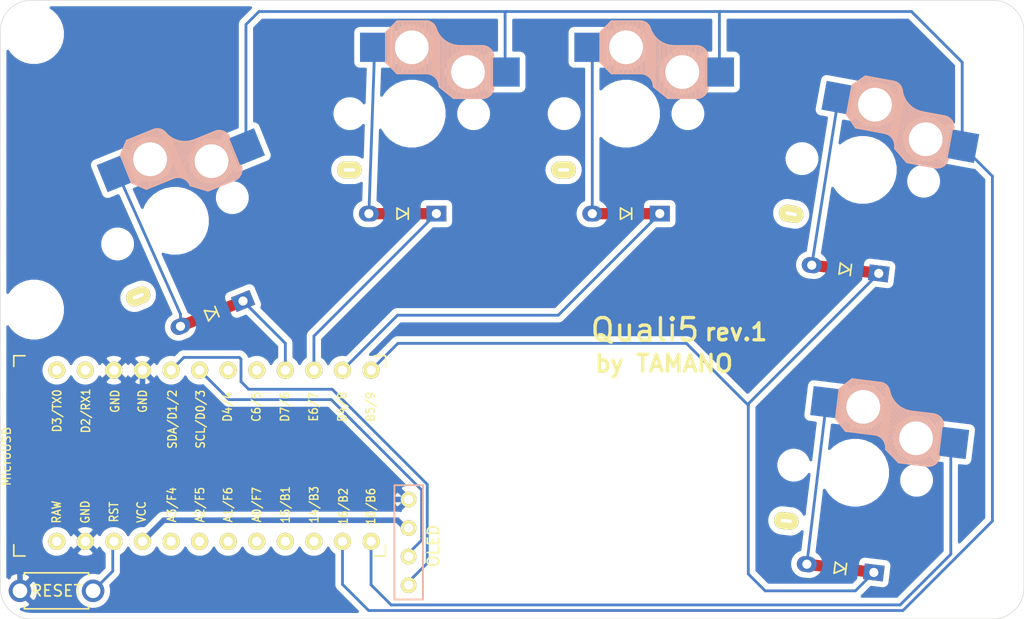
<source format=kicad_pcb>
(kicad_pcb (version 20171130) (host pcbnew "(5.1.9-0-10_14)")

  (general
    (thickness 1.6)
    (drawings 16)
    (tracks 84)
    (zones 0)
    (modules 18)
    (nets 17)
  )

  (page A4)
  (layers
    (0 F.Cu signal hide)
    (31 B.Cu signal hide)
    (32 B.Adhes user hide)
    (33 F.Adhes user hide)
    (34 B.Paste user hide)
    (35 F.Paste user hide)
    (36 B.SilkS user hide)
    (37 F.SilkS user hide)
    (38 B.Mask user hide)
    (39 F.Mask user hide)
    (40 Dwgs.User user hide)
    (41 Cmts.User user hide)
    (42 Eco1.User user hide)
    (43 Eco2.User user hide)
    (44 Edge.Cuts user)
    (45 Margin user hide)
    (46 B.CrtYd user hide)
    (47 F.CrtYd user hide)
    (48 B.Fab user hide)
    (49 F.Fab user hide)
  )

  (setup
    (last_trace_width 0.25)
    (trace_clearance 0.25)
    (zone_clearance 0.508)
    (zone_45_only no)
    (trace_min 0.2)
    (via_size 0.8)
    (via_drill 0.4)
    (via_min_size 0.4)
    (via_min_drill 0.3)
    (uvia_size 0.3)
    (uvia_drill 0.1)
    (uvias_allowed no)
    (uvia_min_size 0.2)
    (uvia_min_drill 0.1)
    (edge_width 0.05)
    (segment_width 0.2)
    (pcb_text_width 0.3)
    (pcb_text_size 1.5 1.5)
    (mod_edge_width 0.12)
    (mod_text_size 1 1)
    (mod_text_width 0.15)
    (pad_size 1.524 1.524)
    (pad_drill 0.762)
    (pad_to_mask_clearance 0)
    (aux_axis_origin 0 0)
    (grid_origin 114.91 139.09)
    (visible_elements FFFFFFFF)
    (pcbplotparams
      (layerselection 0x010f0_ffffffff)
      (usegerberextensions false)
      (usegerberattributes true)
      (usegerberadvancedattributes true)
      (creategerberjobfile true)
      (excludeedgelayer true)
      (linewidth 0.100000)
      (plotframeref false)
      (viasonmask false)
      (mode 1)
      (useauxorigin false)
      (hpglpennumber 1)
      (hpglpenspeed 20)
      (hpglpendiameter 15.000000)
      (psnegative false)
      (psa4output false)
      (plotreference true)
      (plotvalue true)
      (plotinvisibletext false)
      (padsonsilk false)
      (subtractmaskfromsilk false)
      (outputformat 1)
      (mirror false)
      (drillshape 0)
      (scaleselection 1)
      (outputdirectory "gerber/"))
  )

  (net 0 "")
  (net 1 "Net-(D1-Pad2)")
  (net 2 row0)
  (net 3 row1)
  (net 4 "Net-(D2-Pad2)")
  (net 5 "Net-(D3-Pad2)")
  (net 6 "Net-(D4-Pad2)")
  (net 7 "Net-(D5-Pad2)")
  (net 8 SDA)
  (net 9 SCL)
  (net 10 VCC)
  (net 11 GND)
  (net 12 RST)
  (net 13 col0)
  (net 14 col1)
  (net 15 row2)
  (net 16 row3)

  (net_class Default "This is the default net class."
    (clearance 0.25)
    (trace_width 0.25)
    (via_dia 0.8)
    (via_drill 0.4)
    (uvia_dia 0.3)
    (uvia_drill 0.1)
    (add_net "Net-(D1-Pad2)")
    (add_net "Net-(D2-Pad2)")
    (add_net "Net-(D3-Pad2)")
    (add_net "Net-(D4-Pad2)")
    (add_net "Net-(D5-Pad2)")
    (add_net RST)
    (add_net SCL)
    (add_net SDA)
    (add_net col0)
    (add_net col1)
    (add_net row0)
    (add_net row1)
    (add_net row2)
    (add_net row3)
  )

  (net_class 電源 ""
    (clearance 0.25)
    (trace_width 0.5)
    (via_dia 0.8)
    (via_drill 0.4)
    (uvia_dia 0.3)
    (uvia_drill 0.1)
    (add_net GND)
    (add_net VCC)
  )

  (module kbd:ProMicro_v3.5 (layer F.Cu) (tedit 5CC05BC0) (tstamp 60B06088)
    (at 96.41 125.59 90)
    (path /60AA1DB7)
    (fp_text reference U1 (at 0 -5 180) (layer F.SilkS) hide
      (effects (font (size 1 1) (thickness 0.15)))
    )
    (fp_text value ProMicro (at -0.1 0.05) (layer F.Fab) hide
      (effects (font (size 1 1) (thickness 0.15)))
    )
    (fp_line (start 8.9 14.75) (end 7.89 14.75) (layer F.SilkS) (width 0.15))
    (fp_line (start -8.9 14.75) (end -7.9 14.75) (layer F.SilkS) (width 0.15))
    (fp_line (start 8.9 13.75) (end 8.9 14.75) (layer F.SilkS) (width 0.15))
    (fp_line (start -8.9 13.7) (end -8.9 14.75) (layer F.SilkS) (width 0.15))
    (fp_line (start 8.9 -18.3) (end 7.95 -18.3) (layer F.SilkS) (width 0.15))
    (fp_line (start -8.9 -18.3) (end -7.9 -18.3) (layer F.SilkS) (width 0.15))
    (fp_line (start 8.9 -18.3) (end 8.9 -17.3) (layer F.SilkS) (width 0.15))
    (fp_line (start -8.9 -18.3) (end -8.9 -17.3) (layer F.SilkS) (width 0.15))
    (fp_line (start -8.9 14.75) (end -8.9 -18.3) (layer F.Fab) (width 0.15))
    (fp_line (start 8.9 14.75) (end -8.9 14.75) (layer F.Fab) (width 0.15))
    (fp_line (start 8.9 -18.3) (end 8.9 14.75) (layer F.Fab) (width 0.15))
    (fp_line (start -8.9 -18.3) (end -3.75 -18.3) (layer F.Fab) (width 0.15))
    (fp_line (start -3.75 -19.6) (end 3.75 -19.6) (layer F.Fab) (width 0.15))
    (fp_line (start 3.75 -19.6) (end 3.75 -18.3) (layer F.Fab) (width 0.15))
    (fp_line (start -3.75 -19.6) (end -3.75 -18.299039) (layer F.Fab) (width 0.15))
    (fp_line (start -3.75 -18.3) (end 3.75 -18.3) (layer F.Fab) (width 0.15))
    (fp_line (start 3.76 -18.3) (end 8.9 -18.3) (layer F.Fab) (width 0.15))
    (fp_line (start -3.75 -21.2) (end -3.75 -19.9) (layer F.SilkS) (width 0.15))
    (fp_line (start -3.75 -19.9) (end 3.75 -19.9) (layer F.SilkS) (width 0.15))
    (fp_line (start 3.75 -19.9) (end 3.75 -21.2) (layer F.SilkS) (width 0.15))
    (fp_line (start 3.75 -21.2) (end -3.75 -21.2) (layer F.SilkS) (width 0.15))
    (fp_line (start -0.5 -20.85) (end 0.5 -20.85) (layer F.SilkS) (width 0.15))
    (fp_line (start 0.5 -20.85) (end 0 -20.2) (layer F.SilkS) (width 0.15))
    (fp_line (start 0 -20.2) (end -0.5 -20.85) (layer F.SilkS) (width 0.15))
    (fp_line (start -0.35 -20.7) (end 0.35 -20.7) (layer F.SilkS) (width 0.15))
    (fp_line (start -0.25 -20.55) (end 0.25 -20.55) (layer F.SilkS) (width 0.15))
    (fp_line (start -0.15 -20.4) (end 0.15 -20.4) (layer F.SilkS) (width 0.15))
    (fp_text user MicroUSB (at -0.05 -18.95 90) (layer F.SilkS)
      (effects (font (size 0.75 0.75) (thickness 0.12)))
    )
    (fp_text user B4/8 (at 4.355 10.9 90 unlocked) (layer F.SilkS)
      (effects (font (size 0.75 0.67) (thickness 0.125)))
    )
    (fp_text user D2/RX1 (at 4.005 -11.9 90 unlocked) (layer F.SilkS)
      (effects (font (size 0.75 0.67) (thickness 0.125)))
    )
    (fp_text user B5/9 (at 4.355 13.4 90 unlocked) (layer F.SilkS)
      (effects (font (size 0.75 0.67) (thickness 0.125)))
    )
    (fp_text user C6/5 (at 4.355 3.25 90 unlocked) (layer F.SilkS)
      (effects (font (size 0.75 0.67) (thickness 0.125)))
    )
    (fp_text user SCL/D0/3 (at 3.255 -1.7 90 unlocked) (layer F.SilkS)
      (effects (font (size 0.75 0.67) (thickness 0.125)))
    )
    (fp_text user SDA/D1/2 (at 3.255 -4.2 90 unlocked) (layer F.SilkS)
      (effects (font (size 0.75 0.67) (thickness 0.125)))
    )
    (fp_text user D4/4 (at 4.355 0.7 90 unlocked) (layer F.SilkS)
      (effects (font (size 0.75 0.67) (thickness 0.125)))
    )
    (fp_text user D3/TX0 (at 4.005 -14.45 90 unlocked) (layer F.SilkS)
      (effects (font (size 0.75 0.67) (thickness 0.125)))
    )
    (fp_text user GND (at 4.855 -6.85 90 unlocked) (layer F.SilkS)
      (effects (font (size 0.75 0.67) (thickness 0.125)))
    )
    (fp_text user GND (at 4.855 -9.3 90 unlocked) (layer F.SilkS)
      (effects (font (size 0.75 0.67) (thickness 0.125)))
    )
    (fp_text user D7/6 (at 4.355 5.8 90 unlocked) (layer F.SilkS)
      (effects (font (size 0.75 0.67) (thickness 0.125)))
    )
    (fp_text user E6/7 (at 4.355 8.35 90 unlocked) (layer F.SilkS)
      (effects (font (size 0.75 0.67) (thickness 0.125)))
    )
    (fp_text user 16/B2 (at -4.5 11 90 unlocked) (layer F.SilkS)
      (effects (font (size 0.75 0.67) (thickness 0.125)))
    )
    (fp_text user 10/B6 (at -4.5 13.45 90 unlocked) (layer F.SilkS)
      (effects (font (size 0.75 0.67) (thickness 0.125)))
    )
    (fp_text user 14/B3 (at -4.345 8.4 90 unlocked) (layer F.SilkS)
      (effects (font (size 0.75 0.67) (thickness 0.125)))
    )
    (fp_text user 15/B1 (at -4.345 5.85 90 unlocked) (layer F.SilkS)
      (effects (font (size 0.75 0.67) (thickness 0.125)))
    )
    (fp_text user A0/F7 (at -4.345 3.3 90 unlocked) (layer F.SilkS)
      (effects (font (size 0.75 0.67) (thickness 0.125)))
    )
    (fp_text user A1/F6 (at -4.345 0.75 90 unlocked) (layer F.SilkS)
      (effects (font (size 0.75 0.67) (thickness 0.125)))
    )
    (fp_text user A2/F5 (at -4.345 -1.75 90 unlocked) (layer F.SilkS)
      (effects (font (size 0.75 0.67) (thickness 0.125)))
    )
    (fp_text user A3/F4 (at -4.345 -4.25 90 unlocked) (layer F.SilkS)
      (effects (font (size 0.75 0.67) (thickness 0.125)))
    )
    (fp_text user VCC (at -4.995 -6.95 90 unlocked) (layer F.SilkS)
      (effects (font (size 0.75 0.67) (thickness 0.125)))
    )
    (fp_text user RST (at -4.995 -9.4 90 unlocked) (layer F.SilkS)
      (effects (font (size 0.75 0.67) (thickness 0.125)))
    )
    (fp_text user GND (at -4.995 -11.95 90 unlocked) (layer F.SilkS)
      (effects (font (size 0.75 0.67) (thickness 0.125)))
    )
    (fp_text user RAW (at -4.995 -14.5 90 unlocked) (layer F.SilkS)
      (effects (font (size 0.75 0.67) (thickness 0.125)))
    )
    (fp_text user "" (at -0.545 -17.4 90) (layer F.SilkS)
      (effects (font (size 1 1) (thickness 0.15)))
    )
    (fp_text user "" (at -1.2515 -16.256 90) (layer B.SilkS)
      (effects (font (size 1 1) (thickness 0.15)) (justify mirror))
    )
    (pad 1 thru_hole circle (at 7.6114 -14.478 90) (size 1.524 1.524) (drill 0.8128) (layers *.Cu F.SilkS B.Mask))
    (pad 2 thru_hole circle (at 7.6114 -11.938 90) (size 1.524 1.524) (drill 0.8128) (layers *.Cu F.SilkS B.Mask))
    (pad 3 thru_hole circle (at 7.6114 -9.398 90) (size 1.524 1.524) (drill 0.8128) (layers *.Cu F.SilkS B.Mask)
      (net 11 GND))
    (pad 4 thru_hole circle (at 7.6114 -6.858 90) (size 1.524 1.524) (drill 0.8128) (layers *.Cu F.SilkS B.Mask)
      (net 11 GND))
    (pad 5 thru_hole circle (at 7.6114 -4.318 90) (size 1.524 1.524) (drill 0.8128) (layers *.Cu F.SilkS B.Mask)
      (net 8 SDA))
    (pad 6 thru_hole circle (at 7.6114 -1.778 90) (size 1.524 1.524) (drill 0.8128) (layers *.Cu F.SilkS B.Mask)
      (net 9 SCL))
    (pad 7 thru_hole circle (at 7.6114 0.762 90) (size 1.524 1.524) (drill 0.8128) (layers *.Cu F.SilkS B.Mask))
    (pad 8 thru_hole circle (at 7.6114 3.302 90) (size 1.524 1.524) (drill 0.8128) (layers *.Cu F.SilkS B.Mask))
    (pad 9 thru_hole circle (at 7.6114 5.842 90) (size 1.524 1.524) (drill 0.8128) (layers *.Cu F.SilkS B.Mask)
      (net 2 row0))
    (pad 10 thru_hole circle (at 7.6114 8.382 90) (size 1.524 1.524) (drill 0.8128) (layers *.Cu F.SilkS B.Mask)
      (net 3 row1))
    (pad 11 thru_hole circle (at 7.6114 10.922 90) (size 1.524 1.524) (drill 0.8128) (layers *.Cu F.SilkS B.Mask)
      (net 15 row2))
    (pad 12 thru_hole circle (at 7.6114 13.462 90) (size 1.524 1.524) (drill 0.8128) (layers *.Cu F.SilkS B.Mask)
      (net 16 row3))
    (pad 13 thru_hole circle (at -7.6086 13.462 90) (size 1.524 1.524) (drill 0.8128) (layers *.Cu F.SilkS B.Mask)
      (net 14 col1))
    (pad 14 thru_hole circle (at -7.6086 10.922 90) (size 1.524 1.524) (drill 0.8128) (layers *.Cu F.SilkS B.Mask)
      (net 13 col0))
    (pad 15 thru_hole circle (at -7.6086 8.382 90) (size 1.524 1.524) (drill 0.8128) (layers *.Cu F.SilkS B.Mask))
    (pad 16 thru_hole circle (at -7.6086 5.842 90) (size 1.524 1.524) (drill 0.8128) (layers *.Cu F.SilkS B.Mask))
    (pad 17 thru_hole circle (at -7.6086 3.302 90) (size 1.524 1.524) (drill 0.8128) (layers *.Cu F.SilkS B.Mask))
    (pad 18 thru_hole circle (at -7.6086 0.762 90) (size 1.524 1.524) (drill 0.8128) (layers *.Cu F.SilkS B.Mask))
    (pad 19 thru_hole circle (at -7.6086 -1.778 90) (size 1.524 1.524) (drill 0.8128) (layers *.Cu F.SilkS B.Mask))
    (pad 20 thru_hole circle (at -7.6086 -4.318 90) (size 1.524 1.524) (drill 0.8128) (layers *.Cu F.SilkS B.Mask))
    (pad 21 thru_hole circle (at -7.6086 -6.858 90) (size 1.524 1.524) (drill 0.8128) (layers *.Cu F.SilkS B.Mask)
      (net 10 VCC))
    (pad 22 thru_hole circle (at -7.6086 -9.398 90) (size 1.524 1.524) (drill 0.8128) (layers *.Cu F.SilkS B.Mask)
      (net 12 RST))
    (pad 23 thru_hole circle (at -7.6086 -11.938 90) (size 1.524 1.524) (drill 0.8128) (layers *.Cu F.SilkS B.Mask)
      (net 11 GND))
    (pad 24 thru_hole circle (at -7.6086 -14.478 90) (size 1.524 1.524) (drill 0.8128) (layers *.Cu F.SilkS B.Mask))
  )

  (module kbd:D3_TH (layer F.Cu) (tedit 5F85C08E) (tstamp 60B05DE3)
    (at 132.54 104.06 180)
    (descr "Resitance 3 pas")
    (tags R)
    (path /60AAE914)
    (autoplace_cost180 10)
    (fp_text reference D3 (at 0.55 0 180) (layer F.Fab) hide
      (effects (font (size 0.5 0.5) (thickness 0.125)))
    )
    (fp_text value D_Small (at -0.55 0 180) (layer F.Fab) hide
      (effects (font (size 0.5 0.5) (thickness 0.125)))
    )
    (fp_line (start -0.4 0) (end 0.5 -0.5) (layer F.SilkS) (width 0.15))
    (fp_line (start 0.5 -0.5) (end 0.5 0.5) (layer F.SilkS) (width 0.15))
    (fp_line (start 0.5 0.5) (end -0.4 0) (layer F.SilkS) (width 0.15))
    (fp_line (start -0.5 -0.5) (end -0.5 0.5) (layer F.SilkS) (width 0.15))
    (pad 2 smd rect (at 1.775 0) (size 1.4 1) (layers F.Cu F.Paste F.Mask)
      (net 5 "Net-(D3-Pad2)"))
    (pad 1 smd rect (at -1.775 0) (size 1.4 1) (layers F.Cu F.Paste F.Mask)
      (net 15 row2))
    (pad 2 thru_hole oval (at 3 0 180) (size 1.778 1.397) (drill 0.8128) (layers *.Cu B.Mask)
      (net 5 "Net-(D3-Pad2)"))
    (pad 1 thru_hole rect (at -3 0 180) (size 1.778 1.397) (drill 0.8128) (layers *.Cu B.Mask)
      (net 15 row2))
    (model Diodes_SMD.3dshapes/SMB_Handsoldering.wrl
      (at (xyz 0 0 0))
      (scale (xyz 0.22 0.15 0.15))
      (rotate (xyz 0 0 180))
    )
    (model "/Users/foostan/src/github.com/foostan/kbd/kicad-packages3D/kbd.3dshapes/D_SOD-123 Soldered.step"
      (at (xyz 0 0 0))
      (scale (xyz 1 1 1))
      (rotate (xyz 0 0 0))
    )
    (model /Users/foostan/src/github.com/foostan/kbd/kicad-packages3D/kbd.3dshapes/D_SOD-123.step
      (at (xyz 0 0 0))
      (scale (xyz 1 1 1))
      (rotate (xyz 0 0 0))
    )
  )

  (module kbd:M2_HOLE_v2 (layer F.Cu) (tedit 5F7666A4) (tstamp 60B132E0)
    (at 118.41 133.59)
    (descr "Mounting Hole 2.2mm, no annular, M2")
    (tags "mounting hole 2.2mm no annular m2")
    (attr virtual)
    (fp_text reference Ref** (at -0.95 -0.55) (layer F.Fab) hide
      (effects (font (size 1 1) (thickness 0.15)))
    )
    (fp_text value Val** (at 0 0.55) (layer F.Fab) hide
      (effects (font (size 1 1) (thickness 0.15)))
    )
    (pad "" np_thru_hole circle (at 0 0) (size 4.3 4.3) (drill 4.3) (layers *.Cu *.Mask))
  )

  (module kbd:M2_HOLE_v2 (layer F.Cu) (tedit 5F7666A4) (tstamp 60B132D8)
    (at 164.91 137.09)
    (descr "Mounting Hole 2.2mm, no annular, M2")
    (tags "mounting hole 2.2mm no annular m2")
    (attr virtual)
    (fp_text reference Ref** (at -0.95 -0.55) (layer F.Fab) hide
      (effects (font (size 1 1) (thickness 0.15)))
    )
    (fp_text value Val** (at 0 0.55) (layer F.Fab) hide
      (effects (font (size 1 1) (thickness 0.15)))
    )
    (pad "" np_thru_hole circle (at 0 0) (size 4.3 4.3) (drill 4.3) (layers *.Cu *.Mask))
  )

  (module kbd:M2_HOLE_v2 (layer F.Cu) (tedit 5F7666A4) (tstamp 60B132D0)
    (at 164.91 88.09)
    (descr "Mounting Hole 2.2mm, no annular, M2")
    (tags "mounting hole 2.2mm no annular m2")
    (attr virtual)
    (fp_text reference Ref** (at -0.95 -0.55) (layer F.Fab) hide
      (effects (font (size 1 1) (thickness 0.15)))
    )
    (fp_text value Val** (at 0 0.55) (layer F.Fab) hide
      (effects (font (size 1 1) (thickness 0.15)))
    )
    (pad "" np_thru_hole circle (at 0 0) (size 4.3 4.3) (drill 4.3) (layers *.Cu *.Mask))
  )

  (module kbd:M2_HOLE_v2 (layer F.Cu) (tedit 5F7666A4) (tstamp 60B132CE)
    (at 79.91 112.59)
    (descr "Mounting Hole 2.2mm, no annular, M2")
    (tags "mounting hole 2.2mm no annular m2")
    (attr virtual)
    (fp_text reference Ref** (at -0.95 -0.55) (layer F.Fab) hide
      (effects (font (size 1 1) (thickness 0.15)))
    )
    (fp_text value Val** (at 0 0.55) (layer F.Fab) hide
      (effects (font (size 1 1) (thickness 0.15)))
    )
    (pad "" np_thru_hole circle (at 0 0) (size 4.3 4.3) (drill 4.3) (layers *.Cu *.Mask))
  )

  (module kbd:M2_HOLE_v2 (layer F.Cu) (tedit 5F7666A4) (tstamp 60B132A8)
    (at 79.91 88.09)
    (descr "Mounting Hole 2.2mm, no annular, M2")
    (tags "mounting hole 2.2mm no annular m2")
    (attr virtual)
    (fp_text reference Ref** (at -0.95 -0.55) (layer F.Fab) hide
      (effects (font (size 1 1) (thickness 0.15)))
    )
    (fp_text value Val** (at 0 0.55) (layer F.Fab) hide
      (effects (font (size 1 1) (thickness 0.15)))
    )
    (pad "" np_thru_hole circle (at 0 0) (size 4.3 4.3) (drill 4.3) (layers *.Cu *.Mask))
  )

  (module kbd:ChocV1_V2_Hotswap (layer F.Cu) (tedit 60090092) (tstamp 60B05E86)
    (at 92.44 104.695 202)
    (path /60AA4A69)
    (fp_text reference SW2 (at -6.85 -8.45 22) (layer F.SilkS) hide
      (effects (font (size 1 1) (thickness 0.15)))
    )
    (fp_text value SW_PUSH (at 4.95 -8.6 22) (layer F.Fab) hide
      (effects (font (size 1 1) (thickness 0.15)))
    )
    (fp_line (start -4.65 5.9) (end -4.65 1.4) (layer B.SilkS) (width 0.12))
    (fp_line (start -1.8 3.6) (end -4.65 5.9) (layer B.SilkS) (width 0.12))
    (fp_line (start -1.8 7.95) (end -1.8 3.6) (layer B.SilkS) (width 0.12))
    (fp_line (start 0.9 3.65) (end -1.8 7.95) (layer B.SilkS) (width 0.12))
    (fp_line (start 0.9 8.1) (end 0.9 3.65) (layer B.SilkS) (width 0.12))
    (fp_line (start -9.525 9.525) (end -9.525 -9.525) (layer Dwgs.User) (width 0.15))
    (fp_line (start 9.525 9.525) (end -9.525 9.525) (layer Dwgs.User) (width 0.15))
    (fp_line (start 9.525 -9.525) (end 9.525 9.525) (layer Dwgs.User) (width 0.15))
    (fp_line (start -9.525 -9.525) (end 9.525 -9.525) (layer Dwgs.User) (width 0.15))
    (fp_line (start 1.3 8.225) (end -1.3 8.225) (layer B.SilkS) (width 0.15))
    (fp_line (start 1.3 3.575) (end -1.275 3.575) (layer B.SilkS) (width 0.15))
    (fp_line (start -3.725 1.375) (end -6.275 1.375) (layer B.SilkS) (width 0.15))
    (fp_line (start -4.3 6.025) (end -6.275 6.025) (layer B.SilkS) (width 0.15))
    (fp_line (start 2.3 4.575) (end 2.3 7.225) (layer B.SilkS) (width 0.15))
    (fp_line (start -6 7) (end -7 7) (layer Dwgs.User) (width 0.15))
    (fp_line (start -7 7) (end -7 6) (layer Dwgs.User) (width 0.15))
    (fp_line (start 6 7) (end 7 7) (layer Dwgs.User) (width 0.15))
    (fp_line (start 7 7) (end 7 6) (layer Dwgs.User) (width 0.15))
    (fp_line (start -7 -6) (end -7 -7) (layer Dwgs.User) (width 0.15))
    (fp_line (start -7 -7) (end -6 -7) (layer Dwgs.User) (width 0.15))
    (fp_line (start 7 -6) (end 7 -7) (layer Dwgs.User) (width 0.15))
    (fp_line (start 7 -7) (end 6 -7) (layer Dwgs.User) (width 0.15))
    (fp_line (start 1.3 8.225) (end 2.325 7.2) (layer B.SilkS) (width 0.15))
    (fp_line (start 1.3 3.575) (end 2.325 4.6) (layer B.SilkS) (width 0.15))
    (fp_line (start -3.725 1.375) (end -2.45 2.4) (layer B.SilkS) (width 0.15))
    (fp_line (start -7.15 5.5) (end -7.15 1.9) (layer B.SilkS) (width 0.15))
    (fp_line (start -7 5.7) (end -7 1.7) (layer B.SilkS) (width 0.15))
    (fp_line (start -6.85 5.8) (end -6.85 1.6) (layer B.SilkS) (width 0.15))
    (fp_line (start -6.7 5.9) (end -6.7 1.5) (layer B.SilkS) (width 0.15))
    (fp_line (start -6.55 5.95) (end -6.55 1.45) (layer B.SilkS) (width 0.15))
    (fp_line (start -6.4 6) (end -6.4 1.45) (layer B.SilkS) (width 0.15))
    (fp_line (start -6.25 6) (end -6.25 1.4) (layer B.SilkS) (width 0.15))
    (fp_line (start -6.1 6) (end -6.1 1.4) (layer B.SilkS) (width 0.15))
    (fp_line (start -5.95 6) (end -5.95 1.4) (layer B.SilkS) (width 0.15))
    (fp_line (start -5.8 6) (end -5.8 1.4) (layer B.SilkS) (width 0.15))
    (fp_line (start -5.65 6) (end -5.65 1.4) (layer B.SilkS) (width 0.15))
    (fp_line (start -5.5 6) (end -5.5 1.4) (layer B.SilkS) (width 0.15))
    (fp_line (start -5.35 6) (end -5.35 1.4) (layer B.SilkS) (width 0.15))
    (fp_line (start -5.2 6) (end -5.2 1.4) (layer B.SilkS) (width 0.15))
    (fp_line (start -5.05 6) (end -5.05 1.4) (layer B.SilkS) (width 0.15))
    (fp_line (start -4.9 6) (end -4.9 1.4) (layer B.SilkS) (width 0.15))
    (fp_line (start -4.75 6) (end -4.75 1.4) (layer B.SilkS) (width 0.15))
    (fp_line (start -4.6 6) (end -4.6 1.4) (layer B.SilkS) (width 0.15))
    (fp_line (start -4.45 6) (end -4.45 1.4) (layer B.SilkS) (width 0.15))
    (fp_line (start -4.3 6) (end -4.3 1.4) (layer B.SilkS) (width 0.15))
    (fp_line (start -4.15 6) (end -4.15 1.45) (layer B.SilkS) (width 0.15))
    (fp_line (start -4 6.05) (end -4 1.4) (layer B.SilkS) (width 0.15))
    (fp_line (start -3.85 6.05) (end -3.85 1.4) (layer B.SilkS) (width 0.15))
    (fp_line (start -3.7 6.05) (end -3.7 1.45) (layer B.SilkS) (width 0.15))
    (fp_line (start -3.55 6.1) (end -3.55 1.55) (layer B.SilkS) (width 0.15))
    (fp_line (start -3.4 6.2) (end -3.4 1.65) (layer B.SilkS) (width 0.15))
    (fp_line (start -3.25 6.25) (end -3.25 1.8) (layer B.SilkS) (width 0.15))
    (fp_line (start -3.1 6.35) (end -3.1 1.9) (layer B.SilkS) (width 0.15))
    (fp_line (start -2.95 6.45) (end -2.95 2.05) (layer B.SilkS) (width 0.15))
    (fp_line (start -2.8 6.55) (end -2.8 2.15) (layer B.SilkS) (width 0.15))
    (fp_line (start -2.65 6.7) (end -2.65 2.25) (layer B.SilkS) (width 0.15))
    (fp_line (start -2.5 6.85) (end -2.5 2.4) (layer B.SilkS) (width 0.15))
    (fp_line (start -2.4 7.05) (end -2.4 2.9) (layer B.SilkS) (width 0.15))
    (fp_line (start -2.3 7.2) (end -2.3 3.05) (layer B.SilkS) (width 0.15))
    (fp_line (start -2.2 7.4) (end -2.2 3.25) (layer B.SilkS) (width 0.15))
    (fp_line (start -2.1 7.55) (end -2.1 3.35) (layer B.SilkS) (width 0.15))
    (fp_line (start -2 7.8) (end -2 3.4) (layer B.SilkS) (width 0.15))
    (fp_line (start -1.9 7.95) (end -1.9 3.45) (layer B.SilkS) (width 0.15))
    (fp_line (start -1.75 8.05) (end -1.75 3.5) (layer B.SilkS) (width 0.15))
    (fp_line (start -1.6 8.15) (end -1.6 3.6) (layer B.SilkS) (width 0.15))
    (fp_line (start -1.45 8.2) (end -1.45 3.6) (layer B.SilkS) (width 0.15))
    (fp_line (start -1.3 8.2) (end -1.3 3.6) (layer B.SilkS) (width 0.15))
    (fp_line (start -1.15 8.2) (end -1.15 3.65) (layer B.SilkS) (width 0.15))
    (fp_line (start -1 8.2) (end -1 3.6) (layer B.SilkS) (width 0.15))
    (fp_line (start -0.85 8.2) (end -0.85 3.6) (layer B.SilkS) (width 0.15))
    (fp_line (start -0.7 8.2) (end -0.7 3.6) (layer B.SilkS) (width 0.15))
    (fp_line (start -0.55 8.2) (end -0.55 3.6) (layer B.SilkS) (width 0.15))
    (fp_line (start -0.4 8.2) (end -0.4 3.6) (layer B.SilkS) (width 0.15))
    (fp_line (start -0.25 8.2) (end -0.25 3.6) (layer B.SilkS) (width 0.15))
    (fp_line (start -0.1 8.2) (end -0.1 3.6) (layer B.SilkS) (width 0.15))
    (fp_line (start 0.05 8.2) (end 0.05 3.6) (layer B.SilkS) (width 0.15))
    (fp_line (start 0.2 8.2) (end 0.2 3.6) (layer B.SilkS) (width 0.15))
    (fp_line (start 0.35 8.2) (end 0.35 3.6) (layer B.SilkS) (width 0.15))
    (fp_line (start 0.5 8.2) (end 0.5 3.6) (layer B.SilkS) (width 0.15))
    (fp_line (start 0.65 8.2) (end 0.65 3.6) (layer B.SilkS) (width 0.15))
    (fp_line (start 0.8 8.2) (end 0.8 3.6) (layer B.SilkS) (width 0.15))
    (fp_line (start 0.95 8.2) (end 0.95 3.6) (layer B.SilkS) (width 0.15))
    (fp_line (start 1.1 8.2) (end 1.1 3.6) (layer B.SilkS) (width 0.15))
    (fp_line (start 1.25 8.2) (end 1.25 3.6) (layer B.SilkS) (width 0.15))
    (fp_line (start 1.4 8.1) (end 1.4 3.7) (layer B.SilkS) (width 0.15))
    (fp_line (start 1.55 7.95) (end 1.55 3.85) (layer B.SilkS) (width 0.15))
    (fp_line (start 1.7 7.8) (end 1.7 4) (layer B.SilkS) (width 0.15))
    (fp_line (start 1.85 7.65) (end 1.85 4.15) (layer B.SilkS) (width 0.15))
    (fp_line (start 1.95 7.55) (end 1.95 4.25) (layer B.SilkS) (width 0.15))
    (fp_line (start 2.05 7.45) (end 2.05 4.35) (layer B.SilkS) (width 0.15))
    (fp_line (start 2.15 7.35) (end 2.15 4.45) (layer B.SilkS) (width 0.15))
    (fp_arc (start -1.275 2.4) (end -1.275 3.575) (angle 90) (layer B.SilkS) (width 0.15))
    (fp_arc (start -4.3 8.3) (end -4.3 6.025) (angle 70) (layer B.SilkS) (width 0.15))
    (fp_arc (start -6.275 2.375) (end -7.275 2.375) (angle 90) (layer B.SilkS) (width 0.15))
    (fp_arc (start -6.275 5.025) (end -7.275 5.025) (angle -90) (layer B.SilkS) (width 0.15))
    (fp_arc (start -1.262199 7.296904) (end -2.162199 7.521904) (angle -73.56696737) (layer B.SilkS) (width 0.15))
    (pad "" np_thru_hole circle (at 5.5 0 292) (size 1.9 1.9) (drill 1.9) (layers *.Cu))
    (pad "" np_thru_hole circle (at -5.5 0 292) (size 1.9 1.9) (drill 1.9) (layers *.Cu))
    (pad "" np_thru_hole circle (at 0 0 292) (size 5 5) (drill 5) (layers *.Cu))
    (pad "" np_thru_hole circle (at 0 5.9 292) (size 3 3) (drill 3) (layers *.Cu *.Mask))
    (pad "" np_thru_hole circle (at -5 3.7 292) (size 3 3) (drill 3) (layers *.Cu *.Mask))
    (pad 2 smd rect (at 3.3 5.9 22) (size 2.6 2.6) (layers B.Cu B.Paste B.Mask)
      (net 1 "Net-(D1-Pad2)"))
    (pad 1 smd rect (at -8.3 3.7 22) (size 2.6 2.6) (layers B.Cu B.Paste B.Mask)
      (net 13 col0))
    (pad "" thru_hole oval (at 5.55 -5 22) (size 2.2 1.5) (drill oval 1 0.3) (layers *.Cu F.SilkS B.Mask))
  )

  (module kbd:ChocV1_V2_Hotswap (layer F.Cu) (tedit 60090092) (tstamp 60B06036)
    (at 152.91 127.09 173)
    (path /60AA757B)
    (fp_text reference SW6 (at -6.85 -8.45 173) (layer F.SilkS) hide
      (effects (font (size 1 1) (thickness 0.15)))
    )
    (fp_text value SW_PUSH (at 4.95 -8.6 173) (layer F.Fab) hide
      (effects (font (size 1 1) (thickness 0.15)))
    )
    (fp_line (start -4.65 5.9) (end -4.65 1.4) (layer B.SilkS) (width 0.12))
    (fp_line (start -1.8 3.6) (end -4.65 5.9) (layer B.SilkS) (width 0.12))
    (fp_line (start -1.8 7.95) (end -1.8 3.6) (layer B.SilkS) (width 0.12))
    (fp_line (start 0.9 3.65) (end -1.8 7.95) (layer B.SilkS) (width 0.12))
    (fp_line (start 0.9 8.1) (end 0.9 3.65) (layer B.SilkS) (width 0.12))
    (fp_line (start -9.525 9.525) (end -9.525 -9.525) (layer Dwgs.User) (width 0.15))
    (fp_line (start 9.525 9.525) (end -9.525 9.525) (layer Dwgs.User) (width 0.15))
    (fp_line (start 9.525 -9.525) (end 9.525 9.525) (layer Dwgs.User) (width 0.15))
    (fp_line (start -9.525 -9.525) (end 9.525 -9.525) (layer Dwgs.User) (width 0.15))
    (fp_line (start 1.3 8.225) (end -1.3 8.225) (layer B.SilkS) (width 0.15))
    (fp_line (start 1.3 3.575) (end -1.275 3.575) (layer B.SilkS) (width 0.15))
    (fp_line (start -3.725 1.375) (end -6.275 1.375) (layer B.SilkS) (width 0.15))
    (fp_line (start -4.3 6.025) (end -6.275 6.025) (layer B.SilkS) (width 0.15))
    (fp_line (start 2.3 4.575) (end 2.3 7.225) (layer B.SilkS) (width 0.15))
    (fp_line (start -6 7) (end -7 7) (layer Dwgs.User) (width 0.15))
    (fp_line (start -7 7) (end -7 6) (layer Dwgs.User) (width 0.15))
    (fp_line (start 6 7) (end 7 7) (layer Dwgs.User) (width 0.15))
    (fp_line (start 7 7) (end 7 6) (layer Dwgs.User) (width 0.15))
    (fp_line (start -7 -6) (end -7 -7) (layer Dwgs.User) (width 0.15))
    (fp_line (start -7 -7) (end -6 -7) (layer Dwgs.User) (width 0.15))
    (fp_line (start 7 -6) (end 7 -7) (layer Dwgs.User) (width 0.15))
    (fp_line (start 7 -7) (end 6 -7) (layer Dwgs.User) (width 0.15))
    (fp_line (start 1.3 8.225) (end 2.325 7.2) (layer B.SilkS) (width 0.15))
    (fp_line (start 1.3 3.575) (end 2.325 4.6) (layer B.SilkS) (width 0.15))
    (fp_line (start -3.725 1.375) (end -2.45 2.4) (layer B.SilkS) (width 0.15))
    (fp_line (start -7.15 5.5) (end -7.15 1.9) (layer B.SilkS) (width 0.15))
    (fp_line (start -7 5.7) (end -7 1.7) (layer B.SilkS) (width 0.15))
    (fp_line (start -6.85 5.8) (end -6.85 1.6) (layer B.SilkS) (width 0.15))
    (fp_line (start -6.7 5.9) (end -6.7 1.5) (layer B.SilkS) (width 0.15))
    (fp_line (start -6.55 5.95) (end -6.55 1.45) (layer B.SilkS) (width 0.15))
    (fp_line (start -6.4 6) (end -6.4 1.45) (layer B.SilkS) (width 0.15))
    (fp_line (start -6.25 6) (end -6.25 1.4) (layer B.SilkS) (width 0.15))
    (fp_line (start -6.1 6) (end -6.1 1.4) (layer B.SilkS) (width 0.15))
    (fp_line (start -5.95 6) (end -5.95 1.4) (layer B.SilkS) (width 0.15))
    (fp_line (start -5.8 6) (end -5.8 1.4) (layer B.SilkS) (width 0.15))
    (fp_line (start -5.65 6) (end -5.65 1.4) (layer B.SilkS) (width 0.15))
    (fp_line (start -5.5 6) (end -5.5 1.4) (layer B.SilkS) (width 0.15))
    (fp_line (start -5.35 6) (end -5.35 1.4) (layer B.SilkS) (width 0.15))
    (fp_line (start -5.2 6) (end -5.2 1.4) (layer B.SilkS) (width 0.15))
    (fp_line (start -5.05 6) (end -5.05 1.4) (layer B.SilkS) (width 0.15))
    (fp_line (start -4.9 6) (end -4.9 1.4) (layer B.SilkS) (width 0.15))
    (fp_line (start -4.75 6) (end -4.75 1.4) (layer B.SilkS) (width 0.15))
    (fp_line (start -4.6 6) (end -4.6 1.4) (layer B.SilkS) (width 0.15))
    (fp_line (start -4.45 6) (end -4.45 1.4) (layer B.SilkS) (width 0.15))
    (fp_line (start -4.3 6) (end -4.3 1.4) (layer B.SilkS) (width 0.15))
    (fp_line (start -4.15 6) (end -4.15 1.45) (layer B.SilkS) (width 0.15))
    (fp_line (start -4 6.05) (end -4 1.4) (layer B.SilkS) (width 0.15))
    (fp_line (start -3.85 6.05) (end -3.85 1.4) (layer B.SilkS) (width 0.15))
    (fp_line (start -3.7 6.05) (end -3.7 1.45) (layer B.SilkS) (width 0.15))
    (fp_line (start -3.55 6.1) (end -3.55 1.55) (layer B.SilkS) (width 0.15))
    (fp_line (start -3.4 6.2) (end -3.4 1.65) (layer B.SilkS) (width 0.15))
    (fp_line (start -3.25 6.25) (end -3.25 1.8) (layer B.SilkS) (width 0.15))
    (fp_line (start -3.1 6.35) (end -3.1 1.9) (layer B.SilkS) (width 0.15))
    (fp_line (start -2.95 6.45) (end -2.95 2.05) (layer B.SilkS) (width 0.15))
    (fp_line (start -2.8 6.55) (end -2.8 2.15) (layer B.SilkS) (width 0.15))
    (fp_line (start -2.65 6.7) (end -2.65 2.25) (layer B.SilkS) (width 0.15))
    (fp_line (start -2.5 6.85) (end -2.5 2.4) (layer B.SilkS) (width 0.15))
    (fp_line (start -2.4 7.05) (end -2.4 2.9) (layer B.SilkS) (width 0.15))
    (fp_line (start -2.3 7.2) (end -2.3 3.05) (layer B.SilkS) (width 0.15))
    (fp_line (start -2.2 7.4) (end -2.2 3.25) (layer B.SilkS) (width 0.15))
    (fp_line (start -2.1 7.55) (end -2.1 3.35) (layer B.SilkS) (width 0.15))
    (fp_line (start -2 7.8) (end -2 3.4) (layer B.SilkS) (width 0.15))
    (fp_line (start -1.9 7.95) (end -1.9 3.45) (layer B.SilkS) (width 0.15))
    (fp_line (start -1.75 8.05) (end -1.75 3.5) (layer B.SilkS) (width 0.15))
    (fp_line (start -1.6 8.15) (end -1.6 3.6) (layer B.SilkS) (width 0.15))
    (fp_line (start -1.45 8.2) (end -1.45 3.6) (layer B.SilkS) (width 0.15))
    (fp_line (start -1.3 8.2) (end -1.3 3.6) (layer B.SilkS) (width 0.15))
    (fp_line (start -1.15 8.2) (end -1.15 3.65) (layer B.SilkS) (width 0.15))
    (fp_line (start -1 8.2) (end -1 3.6) (layer B.SilkS) (width 0.15))
    (fp_line (start -0.85 8.2) (end -0.85 3.6) (layer B.SilkS) (width 0.15))
    (fp_line (start -0.7 8.2) (end -0.7 3.6) (layer B.SilkS) (width 0.15))
    (fp_line (start -0.55 8.2) (end -0.55 3.6) (layer B.SilkS) (width 0.15))
    (fp_line (start -0.4 8.2) (end -0.4 3.6) (layer B.SilkS) (width 0.15))
    (fp_line (start -0.25 8.2) (end -0.25 3.6) (layer B.SilkS) (width 0.15))
    (fp_line (start -0.1 8.2) (end -0.1 3.6) (layer B.SilkS) (width 0.15))
    (fp_line (start 0.05 8.2) (end 0.05 3.6) (layer B.SilkS) (width 0.15))
    (fp_line (start 0.2 8.2) (end 0.2 3.6) (layer B.SilkS) (width 0.15))
    (fp_line (start 0.35 8.2) (end 0.35 3.6) (layer B.SilkS) (width 0.15))
    (fp_line (start 0.5 8.2) (end 0.5 3.6) (layer B.SilkS) (width 0.15))
    (fp_line (start 0.65 8.2) (end 0.65 3.6) (layer B.SilkS) (width 0.15))
    (fp_line (start 0.8 8.2) (end 0.8 3.6) (layer B.SilkS) (width 0.15))
    (fp_line (start 0.95 8.2) (end 0.95 3.6) (layer B.SilkS) (width 0.15))
    (fp_line (start 1.1 8.2) (end 1.1 3.6) (layer B.SilkS) (width 0.15))
    (fp_line (start 1.25 8.2) (end 1.25 3.6) (layer B.SilkS) (width 0.15))
    (fp_line (start 1.4 8.1) (end 1.4 3.7) (layer B.SilkS) (width 0.15))
    (fp_line (start 1.55 7.95) (end 1.55 3.85) (layer B.SilkS) (width 0.15))
    (fp_line (start 1.7 7.8) (end 1.7 4) (layer B.SilkS) (width 0.15))
    (fp_line (start 1.85 7.65) (end 1.85 4.15) (layer B.SilkS) (width 0.15))
    (fp_line (start 1.95 7.55) (end 1.95 4.25) (layer B.SilkS) (width 0.15))
    (fp_line (start 2.05 7.45) (end 2.05 4.35) (layer B.SilkS) (width 0.15))
    (fp_line (start 2.15 7.35) (end 2.15 4.45) (layer B.SilkS) (width 0.15))
    (fp_arc (start -1.275 2.4) (end -1.275 3.575) (angle 90) (layer B.SilkS) (width 0.15))
    (fp_arc (start -4.3 8.3) (end -4.3 6.025) (angle 70) (layer B.SilkS) (width 0.15))
    (fp_arc (start -6.275 2.375) (end -7.275 2.375) (angle 90) (layer B.SilkS) (width 0.15))
    (fp_arc (start -6.275 5.025) (end -7.275 5.025) (angle -90) (layer B.SilkS) (width 0.15))
    (fp_arc (start -1.262199 7.296904) (end -2.162199 7.521904) (angle -73.56696737) (layer B.SilkS) (width 0.15))
    (pad "" np_thru_hole circle (at 5.5 0 263) (size 1.9 1.9) (drill 1.9) (layers *.Cu))
    (pad "" np_thru_hole circle (at -5.5 0 263) (size 1.9 1.9) (drill 1.9) (layers *.Cu))
    (pad "" np_thru_hole circle (at 0 0 263) (size 5 5) (drill 5) (layers *.Cu))
    (pad "" np_thru_hole circle (at 0 5.9 263) (size 3 3) (drill 3) (layers *.Cu *.Mask))
    (pad "" np_thru_hole circle (at -5 3.7 263) (size 3 3) (drill 3) (layers *.Cu *.Mask))
    (pad 2 smd rect (at 3.3 5.9 353) (size 2.6 2.6) (layers B.Cu B.Paste B.Mask)
      (net 7 "Net-(D5-Pad2)"))
    (pad 1 smd rect (at -8.3 3.7 353) (size 2.6 2.6) (layers B.Cu B.Paste B.Mask)
      (net 14 col1))
    (pad "" thru_hole oval (at 5.55 -5 353) (size 2.2 1.5) (drill oval 1 0.3) (layers *.Cu F.SilkS B.Mask))
  )

  (module kbd:ChocV1_V2_Hotswap (layer F.Cu) (tedit 60090092) (tstamp 60B05EF2)
    (at 113.49 95.17 180)
    (path /60AA4F55)
    (fp_text reference SW3 (at -6.85 -8.45) (layer F.SilkS) hide
      (effects (font (size 1 1) (thickness 0.15)))
    )
    (fp_text value SW_PUSH (at 4.95 -8.6) (layer F.Fab) hide
      (effects (font (size 1 1) (thickness 0.15)))
    )
    (fp_line (start 2.15 7.35) (end 2.15 4.45) (layer B.SilkS) (width 0.15))
    (fp_line (start 2.05 7.45) (end 2.05 4.35) (layer B.SilkS) (width 0.15))
    (fp_line (start 1.95 7.55) (end 1.95 4.25) (layer B.SilkS) (width 0.15))
    (fp_line (start 1.85 7.65) (end 1.85 4.15) (layer B.SilkS) (width 0.15))
    (fp_line (start 1.7 7.8) (end 1.7 4) (layer B.SilkS) (width 0.15))
    (fp_line (start 1.55 7.95) (end 1.55 3.85) (layer B.SilkS) (width 0.15))
    (fp_line (start 1.4 8.1) (end 1.4 3.7) (layer B.SilkS) (width 0.15))
    (fp_line (start 1.25 8.2) (end 1.25 3.6) (layer B.SilkS) (width 0.15))
    (fp_line (start 1.1 8.2) (end 1.1 3.6) (layer B.SilkS) (width 0.15))
    (fp_line (start 0.95 8.2) (end 0.95 3.6) (layer B.SilkS) (width 0.15))
    (fp_line (start 0.8 8.2) (end 0.8 3.6) (layer B.SilkS) (width 0.15))
    (fp_line (start 0.65 8.2) (end 0.65 3.6) (layer B.SilkS) (width 0.15))
    (fp_line (start 0.5 8.2) (end 0.5 3.6) (layer B.SilkS) (width 0.15))
    (fp_line (start 0.35 8.2) (end 0.35 3.6) (layer B.SilkS) (width 0.15))
    (fp_line (start 0.2 8.2) (end 0.2 3.6) (layer B.SilkS) (width 0.15))
    (fp_line (start 0.05 8.2) (end 0.05 3.6) (layer B.SilkS) (width 0.15))
    (fp_line (start -0.1 8.2) (end -0.1 3.6) (layer B.SilkS) (width 0.15))
    (fp_line (start -0.25 8.2) (end -0.25 3.6) (layer B.SilkS) (width 0.15))
    (fp_line (start -0.4 8.2) (end -0.4 3.6) (layer B.SilkS) (width 0.15))
    (fp_line (start -0.55 8.2) (end -0.55 3.6) (layer B.SilkS) (width 0.15))
    (fp_line (start -0.7 8.2) (end -0.7 3.6) (layer B.SilkS) (width 0.15))
    (fp_line (start -0.85 8.2) (end -0.85 3.6) (layer B.SilkS) (width 0.15))
    (fp_line (start -1 8.2) (end -1 3.6) (layer B.SilkS) (width 0.15))
    (fp_line (start -1.15 8.2) (end -1.15 3.65) (layer B.SilkS) (width 0.15))
    (fp_line (start -1.3 8.2) (end -1.3 3.6) (layer B.SilkS) (width 0.15))
    (fp_line (start -1.45 8.2) (end -1.45 3.6) (layer B.SilkS) (width 0.15))
    (fp_line (start -1.6 8.15) (end -1.6 3.6) (layer B.SilkS) (width 0.15))
    (fp_line (start -1.75 8.05) (end -1.75 3.5) (layer B.SilkS) (width 0.15))
    (fp_line (start -1.9 7.95) (end -1.9 3.45) (layer B.SilkS) (width 0.15))
    (fp_line (start -2 7.8) (end -2 3.4) (layer B.SilkS) (width 0.15))
    (fp_line (start -2.1 7.55) (end -2.1 3.35) (layer B.SilkS) (width 0.15))
    (fp_line (start -2.2 7.4) (end -2.2 3.25) (layer B.SilkS) (width 0.15))
    (fp_line (start -2.3 7.2) (end -2.3 3.05) (layer B.SilkS) (width 0.15))
    (fp_line (start -2.4 7.05) (end -2.4 2.9) (layer B.SilkS) (width 0.15))
    (fp_line (start -2.5 6.85) (end -2.5 2.4) (layer B.SilkS) (width 0.15))
    (fp_line (start -2.65 6.7) (end -2.65 2.25) (layer B.SilkS) (width 0.15))
    (fp_line (start -2.8 6.55) (end -2.8 2.15) (layer B.SilkS) (width 0.15))
    (fp_line (start -2.95 6.45) (end -2.95 2.05) (layer B.SilkS) (width 0.15))
    (fp_line (start -3.1 6.35) (end -3.1 1.9) (layer B.SilkS) (width 0.15))
    (fp_line (start -3.25 6.25) (end -3.25 1.8) (layer B.SilkS) (width 0.15))
    (fp_line (start -3.4 6.2) (end -3.4 1.65) (layer B.SilkS) (width 0.15))
    (fp_line (start -3.55 6.1) (end -3.55 1.55) (layer B.SilkS) (width 0.15))
    (fp_line (start -3.7 6.05) (end -3.7 1.45) (layer B.SilkS) (width 0.15))
    (fp_line (start -3.85 6.05) (end -3.85 1.4) (layer B.SilkS) (width 0.15))
    (fp_line (start -4 6.05) (end -4 1.4) (layer B.SilkS) (width 0.15))
    (fp_line (start -4.15 6) (end -4.15 1.45) (layer B.SilkS) (width 0.15))
    (fp_line (start -4.3 6) (end -4.3 1.4) (layer B.SilkS) (width 0.15))
    (fp_line (start -4.45 6) (end -4.45 1.4) (layer B.SilkS) (width 0.15))
    (fp_line (start -4.6 6) (end -4.6 1.4) (layer B.SilkS) (width 0.15))
    (fp_line (start -4.75 6) (end -4.75 1.4) (layer B.SilkS) (width 0.15))
    (fp_line (start -4.9 6) (end -4.9 1.4) (layer B.SilkS) (width 0.15))
    (fp_line (start -5.05 6) (end -5.05 1.4) (layer B.SilkS) (width 0.15))
    (fp_line (start -5.2 6) (end -5.2 1.4) (layer B.SilkS) (width 0.15))
    (fp_line (start -5.35 6) (end -5.35 1.4) (layer B.SilkS) (width 0.15))
    (fp_line (start -5.5 6) (end -5.5 1.4) (layer B.SilkS) (width 0.15))
    (fp_line (start -5.65 6) (end -5.65 1.4) (layer B.SilkS) (width 0.15))
    (fp_line (start -5.8 6) (end -5.8 1.4) (layer B.SilkS) (width 0.15))
    (fp_line (start -5.95 6) (end -5.95 1.4) (layer B.SilkS) (width 0.15))
    (fp_line (start -6.1 6) (end -6.1 1.4) (layer B.SilkS) (width 0.15))
    (fp_line (start -6.25 6) (end -6.25 1.4) (layer B.SilkS) (width 0.15))
    (fp_line (start -6.4 6) (end -6.4 1.45) (layer B.SilkS) (width 0.15))
    (fp_line (start -6.55 5.95) (end -6.55 1.45) (layer B.SilkS) (width 0.15))
    (fp_line (start -6.7 5.9) (end -6.7 1.5) (layer B.SilkS) (width 0.15))
    (fp_line (start -6.85 5.8) (end -6.85 1.6) (layer B.SilkS) (width 0.15))
    (fp_line (start -7 5.7) (end -7 1.7) (layer B.SilkS) (width 0.15))
    (fp_line (start -7.15 5.5) (end -7.15 1.9) (layer B.SilkS) (width 0.15))
    (fp_line (start -3.725 1.375) (end -2.45 2.4) (layer B.SilkS) (width 0.15))
    (fp_line (start 1.3 3.575) (end 2.325 4.6) (layer B.SilkS) (width 0.15))
    (fp_line (start 1.3 8.225) (end 2.325 7.2) (layer B.SilkS) (width 0.15))
    (fp_line (start 7 -7) (end 6 -7) (layer Dwgs.User) (width 0.15))
    (fp_line (start 7 -6) (end 7 -7) (layer Dwgs.User) (width 0.15))
    (fp_line (start -7 -7) (end -6 -7) (layer Dwgs.User) (width 0.15))
    (fp_line (start -7 -6) (end -7 -7) (layer Dwgs.User) (width 0.15))
    (fp_line (start 7 7) (end 7 6) (layer Dwgs.User) (width 0.15))
    (fp_line (start 6 7) (end 7 7) (layer Dwgs.User) (width 0.15))
    (fp_line (start -7 7) (end -7 6) (layer Dwgs.User) (width 0.15))
    (fp_line (start -6 7) (end -7 7) (layer Dwgs.User) (width 0.15))
    (fp_line (start 2.3 4.575) (end 2.3 7.225) (layer B.SilkS) (width 0.15))
    (fp_line (start -4.3 6.025) (end -6.275 6.025) (layer B.SilkS) (width 0.15))
    (fp_line (start -3.725 1.375) (end -6.275 1.375) (layer B.SilkS) (width 0.15))
    (fp_line (start 1.3 3.575) (end -1.275 3.575) (layer B.SilkS) (width 0.15))
    (fp_line (start 1.3 8.225) (end -1.3 8.225) (layer B.SilkS) (width 0.15))
    (fp_line (start -9.525 -9.525) (end 9.525 -9.525) (layer Dwgs.User) (width 0.15))
    (fp_line (start 9.525 -9.525) (end 9.525 9.525) (layer Dwgs.User) (width 0.15))
    (fp_line (start 9.525 9.525) (end -9.525 9.525) (layer Dwgs.User) (width 0.15))
    (fp_line (start -9.525 9.525) (end -9.525 -9.525) (layer Dwgs.User) (width 0.15))
    (fp_line (start 0.9 8.1) (end 0.9 3.65) (layer B.SilkS) (width 0.12))
    (fp_line (start 0.9 3.65) (end -1.8 7.95) (layer B.SilkS) (width 0.12))
    (fp_line (start -1.8 7.95) (end -1.8 3.6) (layer B.SilkS) (width 0.12))
    (fp_line (start -1.8 3.6) (end -4.65 5.9) (layer B.SilkS) (width 0.12))
    (fp_line (start -4.65 5.9) (end -4.65 1.4) (layer B.SilkS) (width 0.12))
    (fp_arc (start -1.262199 7.296904) (end -2.162199 7.521904) (angle -73.56696737) (layer B.SilkS) (width 0.15))
    (fp_arc (start -6.275 5.025) (end -7.275 5.025) (angle -90) (layer B.SilkS) (width 0.15))
    (fp_arc (start -6.275 2.375) (end -7.275 2.375) (angle 90) (layer B.SilkS) (width 0.15))
    (fp_arc (start -4.3 8.3) (end -4.3 6.025) (angle 70) (layer B.SilkS) (width 0.15))
    (fp_arc (start -1.275 2.4) (end -1.275 3.575) (angle 90) (layer B.SilkS) (width 0.15))
    (pad "" thru_hole oval (at 5.55 -5) (size 2.2 1.5) (drill oval 1 0.3) (layers *.Cu F.SilkS B.Mask))
    (pad 1 smd rect (at -8.3 3.7) (size 2.6 2.6) (layers B.Cu B.Paste B.Mask)
      (net 13 col0))
    (pad 2 smd rect (at 3.3 5.9) (size 2.6 2.6) (layers B.Cu B.Paste B.Mask)
      (net 4 "Net-(D2-Pad2)"))
    (pad "" np_thru_hole circle (at -5 3.7 270) (size 3 3) (drill 3) (layers *.Cu *.Mask))
    (pad "" np_thru_hole circle (at 0 5.9 270) (size 3 3) (drill 3) (layers *.Cu *.Mask))
    (pad "" np_thru_hole circle (at 0 0 270) (size 5 5) (drill 5) (layers *.Cu))
    (pad "" np_thru_hole circle (at -5.5 0 270) (size 1.9 1.9) (drill 1.9) (layers *.Cu))
    (pad "" np_thru_hole circle (at 5.5 0 270) (size 1.9 1.9) (drill 1.9) (layers *.Cu))
  )

  (module kbd:D3_TH (layer F.Cu) (tedit 5F85C08E) (tstamp 60B05DCB)
    (at 95.71 112.95 202)
    (descr "Resitance 3 pas")
    (tags R)
    (path /60AAE188)
    (autoplace_cost180 10)
    (fp_text reference D1 (at 0.55 0 202) (layer F.Fab) hide
      (effects (font (size 0.5 0.5) (thickness 0.125)))
    )
    (fp_text value D_Small (at -0.55 0 202) (layer F.Fab) hide
      (effects (font (size 0.5 0.5) (thickness 0.125)))
    )
    (fp_line (start -0.5 -0.5) (end -0.5 0.5) (layer F.SilkS) (width 0.15))
    (fp_line (start 0.5 0.5) (end -0.4 0) (layer F.SilkS) (width 0.15))
    (fp_line (start 0.5 -0.5) (end 0.5 0.5) (layer F.SilkS) (width 0.15))
    (fp_line (start -0.4 0) (end 0.5 -0.5) (layer F.SilkS) (width 0.15))
    (pad 1 thru_hole rect (at -3 0 202) (size 1.778 1.397) (drill 0.8128) (layers *.Cu B.Mask)
      (net 2 row0))
    (pad 2 thru_hole oval (at 3 0 202) (size 1.778 1.397) (drill 0.8128) (layers *.Cu B.Mask)
      (net 1 "Net-(D1-Pad2)"))
    (pad 1 smd rect (at -1.775 0 22) (size 1.4 1) (layers F.Cu F.Paste F.Mask)
      (net 2 row0))
    (pad 2 smd rect (at 1.775 0 22) (size 1.4 1) (layers F.Cu F.Paste F.Mask)
      (net 1 "Net-(D1-Pad2)"))
    (model Diodes_SMD.3dshapes/SMB_Handsoldering.wrl
      (at (xyz 0 0 0))
      (scale (xyz 0.22 0.15 0.15))
      (rotate (xyz 0 0 180))
    )
    (model "/Users/foostan/src/github.com/foostan/kbd/kicad-packages3D/kbd.3dshapes/D_SOD-123 Soldered.step"
      (at (xyz 0 0 0))
      (scale (xyz 1 1 1))
      (rotate (xyz 0 0 0))
    )
    (model /Users/foostan/src/github.com/foostan/kbd/kicad-packages3D/kbd.3dshapes/D_SOD-123.step
      (at (xyz 0 0 0))
      (scale (xyz 1 1 1))
      (rotate (xyz 0 0 0))
    )
  )

  (module kbd:D3_TH (layer F.Cu) (tedit 5F85C08E) (tstamp 60B05DD7)
    (at 112.68 104.06 180)
    (descr "Resitance 3 pas")
    (tags R)
    (path /60AAD814)
    (autoplace_cost180 10)
    (fp_text reference D2 (at 0.55 0 180) (layer F.Fab) hide
      (effects (font (size 0.5 0.5) (thickness 0.125)))
    )
    (fp_text value D_Small (at -0.55 0 180) (layer F.Fab) hide
      (effects (font (size 0.5 0.5) (thickness 0.125)))
    )
    (fp_line (start -0.4 0) (end 0.5 -0.5) (layer F.SilkS) (width 0.15))
    (fp_line (start 0.5 -0.5) (end 0.5 0.5) (layer F.SilkS) (width 0.15))
    (fp_line (start 0.5 0.5) (end -0.4 0) (layer F.SilkS) (width 0.15))
    (fp_line (start -0.5 -0.5) (end -0.5 0.5) (layer F.SilkS) (width 0.15))
    (pad 2 smd rect (at 1.775 0) (size 1.4 1) (layers F.Cu F.Paste F.Mask)
      (net 4 "Net-(D2-Pad2)"))
    (pad 1 smd rect (at -1.775 0) (size 1.4 1) (layers F.Cu F.Paste F.Mask)
      (net 3 row1))
    (pad 2 thru_hole oval (at 3 0 180) (size 1.778 1.397) (drill 0.8128) (layers *.Cu B.Mask)
      (net 4 "Net-(D2-Pad2)"))
    (pad 1 thru_hole rect (at -3 0 180) (size 1.778 1.397) (drill 0.8128) (layers *.Cu B.Mask)
      (net 3 row1))
    (model Diodes_SMD.3dshapes/SMB_Handsoldering.wrl
      (at (xyz 0 0 0))
      (scale (xyz 0.22 0.15 0.15))
      (rotate (xyz 0 0 180))
    )
    (model "/Users/foostan/src/github.com/foostan/kbd/kicad-packages3D/kbd.3dshapes/D_SOD-123 Soldered.step"
      (at (xyz 0 0 0))
      (scale (xyz 1 1 1))
      (rotate (xyz 0 0 0))
    )
    (model /Users/foostan/src/github.com/foostan/kbd/kicad-packages3D/kbd.3dshapes/D_SOD-123.step
      (at (xyz 0 0 0))
      (scale (xyz 1 1 1))
      (rotate (xyz 0 0 0))
    )
  )

  (module kbd:D3_TH (layer F.Cu) (tedit 5F85C08E) (tstamp 60B05DEF)
    (at 152.027638 109.005608 173)
    (descr "Resitance 3 pas")
    (tags R)
    (path /60AAEECA)
    (autoplace_cost180 10)
    (fp_text reference D4 (at 0.55 0 353) (layer F.Fab) hide
      (effects (font (size 0.5 0.5) (thickness 0.125)))
    )
    (fp_text value D_Small (at -0.55 0 353) (layer F.Fab) hide
      (effects (font (size 0.5 0.5) (thickness 0.125)))
    )
    (fp_line (start -0.5 -0.5) (end -0.5 0.5) (layer F.SilkS) (width 0.15))
    (fp_line (start 0.5 0.5) (end -0.4 0) (layer F.SilkS) (width 0.15))
    (fp_line (start 0.5 -0.5) (end 0.5 0.5) (layer F.SilkS) (width 0.15))
    (fp_line (start -0.4 0) (end 0.5 -0.5) (layer F.SilkS) (width 0.15))
    (pad 1 thru_hole rect (at -3 0 173) (size 1.778 1.397) (drill 0.8128) (layers *.Cu B.Mask)
      (net 16 row3))
    (pad 2 thru_hole oval (at 3 0 173) (size 1.778 1.397) (drill 0.8128) (layers *.Cu B.Mask)
      (net 6 "Net-(D4-Pad2)"))
    (pad 1 smd rect (at -1.775 0 353) (size 1.4 1) (layers F.Cu F.Paste F.Mask)
      (net 16 row3))
    (pad 2 smd rect (at 1.775 0 353) (size 1.4 1) (layers F.Cu F.Paste F.Mask)
      (net 6 "Net-(D4-Pad2)"))
    (model Diodes_SMD.3dshapes/SMB_Handsoldering.wrl
      (at (xyz 0 0 0))
      (scale (xyz 0.22 0.15 0.15))
      (rotate (xyz 0 0 180))
    )
    (model "/Users/foostan/src/github.com/foostan/kbd/kicad-packages3D/kbd.3dshapes/D_SOD-123 Soldered.step"
      (at (xyz 0 0 0))
      (scale (xyz 1 1 1))
      (rotate (xyz 0 0 0))
    )
    (model /Users/foostan/src/github.com/foostan/kbd/kicad-packages3D/kbd.3dshapes/D_SOD-123.step
      (at (xyz 0 0 0))
      (scale (xyz 1 1 1))
      (rotate (xyz 0 0 0))
    )
  )

  (module kbd:D3_TH (layer F.Cu) (tedit 5F85C08E) (tstamp 60B05DFB)
    (at 151.59 135.59 173)
    (descr "Resitance 3 pas")
    (tags R)
    (path /60AAF5F7)
    (autoplace_cost180 10)
    (fp_text reference D5 (at 0.55 0 353) (layer F.Fab) hide
      (effects (font (size 0.5 0.5) (thickness 0.125)))
    )
    (fp_text value D_Small (at -0.55 0 353) (layer F.Fab) hide
      (effects (font (size 0.5 0.5) (thickness 0.125)))
    )
    (fp_line (start -0.5 -0.5) (end -0.5 0.5) (layer F.SilkS) (width 0.15))
    (fp_line (start 0.5 0.5) (end -0.4 0) (layer F.SilkS) (width 0.15))
    (fp_line (start 0.5 -0.5) (end 0.5 0.5) (layer F.SilkS) (width 0.15))
    (fp_line (start -0.4 0) (end 0.5 -0.5) (layer F.SilkS) (width 0.15))
    (pad 1 thru_hole rect (at -3 0 173) (size 1.778 1.397) (drill 0.8128) (layers *.Cu B.Mask)
      (net 16 row3))
    (pad 2 thru_hole oval (at 3 0 173) (size 1.778 1.397) (drill 0.8128) (layers *.Cu B.Mask)
      (net 7 "Net-(D5-Pad2)"))
    (pad 1 smd rect (at -1.775 0 353) (size 1.4 1) (layers F.Cu F.Paste F.Mask)
      (net 16 row3))
    (pad 2 smd rect (at 1.775 0 353) (size 1.4 1) (layers F.Cu F.Paste F.Mask)
      (net 7 "Net-(D5-Pad2)"))
    (model Diodes_SMD.3dshapes/SMB_Handsoldering.wrl
      (at (xyz 0 0 0))
      (scale (xyz 0.22 0.15 0.15))
      (rotate (xyz 0 0 180))
    )
    (model "/Users/foostan/src/github.com/foostan/kbd/kicad-packages3D/kbd.3dshapes/D_SOD-123 Soldered.step"
      (at (xyz 0 0 0))
      (scale (xyz 1 1 1))
      (rotate (xyz 0 0 0))
    )
    (model /Users/foostan/src/github.com/foostan/kbd/kicad-packages3D/kbd.3dshapes/D_SOD-123.step
      (at (xyz 0 0 0))
      (scale (xyz 1 1 1))
      (rotate (xyz 0 0 0))
    )
  )

  (module kbd:OLED (layer F.Cu) (tedit 5B986A9C) (tstamp 60B05E0D)
    (at 113.21 137.09 90)
    (descr "Connecteur 6 pins")
    (tags "CONN DEV")
    (path /60AA2FB4)
    (fp_text reference OL1 (at 7.9 2.2 270) (layer F.Fab)
      (effects (font (size 0.8128 0.8128) (thickness 0.15)))
    )
    (fp_text value OLED (at 3.6 3.3 90) (layer F.SilkS) hide
      (effects (font (size 0.8128 0.8128) (thickness 0.15)))
    )
    (fp_line (start -1.27 1.27) (end -1.27 -1.27) (layer F.SilkS) (width 0.15))
    (fp_line (start 8.89 -1.27) (end 8.89 1.27) (layer F.SilkS) (width 0.15))
    (fp_line (start -1.27 -1.27) (end 8.89 -1.27) (layer F.SilkS) (width 0.15))
    (fp_line (start -1.27 1.27) (end 8.89 1.27) (layer F.SilkS) (width 0.15))
    (fp_line (start -1.27 1.27) (end -1.27 -1.27) (layer B.SilkS) (width 0.15))
    (fp_line (start 8.89 1.27) (end -1.27 1.27) (layer B.SilkS) (width 0.15))
    (fp_line (start 8.89 -1.27) (end 8.89 1.27) (layer B.SilkS) (width 0.15))
    (fp_line (start -1.27 -1.27) (end 8.89 -1.27) (layer B.SilkS) (width 0.15))
    (fp_text user OLED (at 3.5 2.2 90) (layer F.SilkS)
      (effects (font (size 1 1) (thickness 0.15)))
    )
    (pad 1 thru_hole circle (at 0 0 90) (size 1.397 1.397) (drill 0.8128) (layers *.Cu *.Mask F.SilkS)
      (net 8 SDA))
    (pad 2 thru_hole circle (at 2.54 0 90) (size 1.397 1.397) (drill 0.8128) (layers *.Cu *.Mask F.SilkS)
      (net 9 SCL))
    (pad 3 thru_hole circle (at 5.08 0 90) (size 1.397 1.397) (drill 0.8128) (layers *.Cu *.Mask F.SilkS)
      (net 10 VCC))
    (pad 4 thru_hole circle (at 7.62 0 90) (size 1.397 1.397) (drill 0.8128) (layers *.Cu *.Mask F.SilkS)
      (net 11 GND))
  )

  (module kbd:ResetSW_1side (layer F.Cu) (tedit 5F8C82CB) (tstamp 60B05E1A)
    (at 81.91 137.59)
    (path /60AAA4BD)
    (fp_text reference SW1 (at 6.5 1.25) (layer F.SilkS) hide
      (effects (font (size 1 1) (thickness 0.15)))
    )
    (fp_text value SW_PUSH (at 8.25 -0.5) (layer F.Fab)
      (effects (font (size 1 1) (thickness 0.15)))
    )
    (fp_line (start 2.85 -1.6) (end 2.85 -1.35) (layer F.SilkS) (width 0.15))
    (fp_line (start -2.85 -1.6) (end 2.85 -1.6) (layer F.SilkS) (width 0.15))
    (fp_line (start -2.85 -1.6) (end -2.85 -1.35) (layer F.SilkS) (width 0.15))
    (fp_line (start -2.85 1.6) (end -2.85 1.35) (layer F.SilkS) (width 0.15))
    (fp_line (start 2.85 1.6) (end 2.85 1.35) (layer F.SilkS) (width 0.15))
    (fp_line (start -2.85 1.6) (end 2.85 1.6) (layer F.SilkS) (width 0.15))
    (fp_text user RESET (at 0 0) (layer F.SilkS)
      (effects (font (size 1 1) (thickness 0.15)))
    )
    (pad 1 thru_hole circle (at 3.25 0) (size 2 2) (drill 1.3) (layers *.Cu B.Mask)
      (net 12 RST))
    (pad 2 thru_hole circle (at -3.25 0) (size 2 2) (drill 1.3) (layers *.Cu B.Mask)
      (net 11 GND))
    (model /Users/foostan/src/github.com/foostan/kbd/kicad-packages3D/kbd.3dshapes/tact-switch.step
      (offset (xyz 0 0 3.47))
      (scale (xyz 1 1 1))
      (rotate (xyz 0 0 0))
    )
  )

  (module kbd:ChocV1_V2_Hotswap (layer F.Cu) (tedit 60090092) (tstamp 60B05F5E)
    (at 132.54 95.17 180)
    (path /60AA5B4D)
    (fp_text reference SW4 (at -6.85 -8.45) (layer F.SilkS) hide
      (effects (font (size 1 1) (thickness 0.15)))
    )
    (fp_text value SW_PUSH (at 4.95 -8.6) (layer F.Fab) hide
      (effects (font (size 1 1) (thickness 0.15)))
    )
    (fp_line (start -4.65 5.9) (end -4.65 1.4) (layer B.SilkS) (width 0.12))
    (fp_line (start -1.8 3.6) (end -4.65 5.9) (layer B.SilkS) (width 0.12))
    (fp_line (start -1.8 7.95) (end -1.8 3.6) (layer B.SilkS) (width 0.12))
    (fp_line (start 0.9 3.65) (end -1.8 7.95) (layer B.SilkS) (width 0.12))
    (fp_line (start 0.9 8.1) (end 0.9 3.65) (layer B.SilkS) (width 0.12))
    (fp_line (start -9.525 9.525) (end -9.525 -9.525) (layer Dwgs.User) (width 0.15))
    (fp_line (start 9.525 9.525) (end -9.525 9.525) (layer Dwgs.User) (width 0.15))
    (fp_line (start 9.525 -9.525) (end 9.525 9.525) (layer Dwgs.User) (width 0.15))
    (fp_line (start -9.525 -9.525) (end 9.525 -9.525) (layer Dwgs.User) (width 0.15))
    (fp_line (start 1.3 8.225) (end -1.3 8.225) (layer B.SilkS) (width 0.15))
    (fp_line (start 1.3 3.575) (end -1.275 3.575) (layer B.SilkS) (width 0.15))
    (fp_line (start -3.725 1.375) (end -6.275 1.375) (layer B.SilkS) (width 0.15))
    (fp_line (start -4.3 6.025) (end -6.275 6.025) (layer B.SilkS) (width 0.15))
    (fp_line (start 2.3 4.575) (end 2.3 7.225) (layer B.SilkS) (width 0.15))
    (fp_line (start -6 7) (end -7 7) (layer Dwgs.User) (width 0.15))
    (fp_line (start -7 7) (end -7 6) (layer Dwgs.User) (width 0.15))
    (fp_line (start 6 7) (end 7 7) (layer Dwgs.User) (width 0.15))
    (fp_line (start 7 7) (end 7 6) (layer Dwgs.User) (width 0.15))
    (fp_line (start -7 -6) (end -7 -7) (layer Dwgs.User) (width 0.15))
    (fp_line (start -7 -7) (end -6 -7) (layer Dwgs.User) (width 0.15))
    (fp_line (start 7 -6) (end 7 -7) (layer Dwgs.User) (width 0.15))
    (fp_line (start 7 -7) (end 6 -7) (layer Dwgs.User) (width 0.15))
    (fp_line (start 1.3 8.225) (end 2.325 7.2) (layer B.SilkS) (width 0.15))
    (fp_line (start 1.3 3.575) (end 2.325 4.6) (layer B.SilkS) (width 0.15))
    (fp_line (start -3.725 1.375) (end -2.45 2.4) (layer B.SilkS) (width 0.15))
    (fp_line (start -7.15 5.5) (end -7.15 1.9) (layer B.SilkS) (width 0.15))
    (fp_line (start -7 5.7) (end -7 1.7) (layer B.SilkS) (width 0.15))
    (fp_line (start -6.85 5.8) (end -6.85 1.6) (layer B.SilkS) (width 0.15))
    (fp_line (start -6.7 5.9) (end -6.7 1.5) (layer B.SilkS) (width 0.15))
    (fp_line (start -6.55 5.95) (end -6.55 1.45) (layer B.SilkS) (width 0.15))
    (fp_line (start -6.4 6) (end -6.4 1.45) (layer B.SilkS) (width 0.15))
    (fp_line (start -6.25 6) (end -6.25 1.4) (layer B.SilkS) (width 0.15))
    (fp_line (start -6.1 6) (end -6.1 1.4) (layer B.SilkS) (width 0.15))
    (fp_line (start -5.95 6) (end -5.95 1.4) (layer B.SilkS) (width 0.15))
    (fp_line (start -5.8 6) (end -5.8 1.4) (layer B.SilkS) (width 0.15))
    (fp_line (start -5.65 6) (end -5.65 1.4) (layer B.SilkS) (width 0.15))
    (fp_line (start -5.5 6) (end -5.5 1.4) (layer B.SilkS) (width 0.15))
    (fp_line (start -5.35 6) (end -5.35 1.4) (layer B.SilkS) (width 0.15))
    (fp_line (start -5.2 6) (end -5.2 1.4) (layer B.SilkS) (width 0.15))
    (fp_line (start -5.05 6) (end -5.05 1.4) (layer B.SilkS) (width 0.15))
    (fp_line (start -4.9 6) (end -4.9 1.4) (layer B.SilkS) (width 0.15))
    (fp_line (start -4.75 6) (end -4.75 1.4) (layer B.SilkS) (width 0.15))
    (fp_line (start -4.6 6) (end -4.6 1.4) (layer B.SilkS) (width 0.15))
    (fp_line (start -4.45 6) (end -4.45 1.4) (layer B.SilkS) (width 0.15))
    (fp_line (start -4.3 6) (end -4.3 1.4) (layer B.SilkS) (width 0.15))
    (fp_line (start -4.15 6) (end -4.15 1.45) (layer B.SilkS) (width 0.15))
    (fp_line (start -4 6.05) (end -4 1.4) (layer B.SilkS) (width 0.15))
    (fp_line (start -3.85 6.05) (end -3.85 1.4) (layer B.SilkS) (width 0.15))
    (fp_line (start -3.7 6.05) (end -3.7 1.45) (layer B.SilkS) (width 0.15))
    (fp_line (start -3.55 6.1) (end -3.55 1.55) (layer B.SilkS) (width 0.15))
    (fp_line (start -3.4 6.2) (end -3.4 1.65) (layer B.SilkS) (width 0.15))
    (fp_line (start -3.25 6.25) (end -3.25 1.8) (layer B.SilkS) (width 0.15))
    (fp_line (start -3.1 6.35) (end -3.1 1.9) (layer B.SilkS) (width 0.15))
    (fp_line (start -2.95 6.45) (end -2.95 2.05) (layer B.SilkS) (width 0.15))
    (fp_line (start -2.8 6.55) (end -2.8 2.15) (layer B.SilkS) (width 0.15))
    (fp_line (start -2.65 6.7) (end -2.65 2.25) (layer B.SilkS) (width 0.15))
    (fp_line (start -2.5 6.85) (end -2.5 2.4) (layer B.SilkS) (width 0.15))
    (fp_line (start -2.4 7.05) (end -2.4 2.9) (layer B.SilkS) (width 0.15))
    (fp_line (start -2.3 7.2) (end -2.3 3.05) (layer B.SilkS) (width 0.15))
    (fp_line (start -2.2 7.4) (end -2.2 3.25) (layer B.SilkS) (width 0.15))
    (fp_line (start -2.1 7.55) (end -2.1 3.35) (layer B.SilkS) (width 0.15))
    (fp_line (start -2 7.8) (end -2 3.4) (layer B.SilkS) (width 0.15))
    (fp_line (start -1.9 7.95) (end -1.9 3.45) (layer B.SilkS) (width 0.15))
    (fp_line (start -1.75 8.05) (end -1.75 3.5) (layer B.SilkS) (width 0.15))
    (fp_line (start -1.6 8.15) (end -1.6 3.6) (layer B.SilkS) (width 0.15))
    (fp_line (start -1.45 8.2) (end -1.45 3.6) (layer B.SilkS) (width 0.15))
    (fp_line (start -1.3 8.2) (end -1.3 3.6) (layer B.SilkS) (width 0.15))
    (fp_line (start -1.15 8.2) (end -1.15 3.65) (layer B.SilkS) (width 0.15))
    (fp_line (start -1 8.2) (end -1 3.6) (layer B.SilkS) (width 0.15))
    (fp_line (start -0.85 8.2) (end -0.85 3.6) (layer B.SilkS) (width 0.15))
    (fp_line (start -0.7 8.2) (end -0.7 3.6) (layer B.SilkS) (width 0.15))
    (fp_line (start -0.55 8.2) (end -0.55 3.6) (layer B.SilkS) (width 0.15))
    (fp_line (start -0.4 8.2) (end -0.4 3.6) (layer B.SilkS) (width 0.15))
    (fp_line (start -0.25 8.2) (end -0.25 3.6) (layer B.SilkS) (width 0.15))
    (fp_line (start -0.1 8.2) (end -0.1 3.6) (layer B.SilkS) (width 0.15))
    (fp_line (start 0.05 8.2) (end 0.05 3.6) (layer B.SilkS) (width 0.15))
    (fp_line (start 0.2 8.2) (end 0.2 3.6) (layer B.SilkS) (width 0.15))
    (fp_line (start 0.35 8.2) (end 0.35 3.6) (layer B.SilkS) (width 0.15))
    (fp_line (start 0.5 8.2) (end 0.5 3.6) (layer B.SilkS) (width 0.15))
    (fp_line (start 0.65 8.2) (end 0.65 3.6) (layer B.SilkS) (width 0.15))
    (fp_line (start 0.8 8.2) (end 0.8 3.6) (layer B.SilkS) (width 0.15))
    (fp_line (start 0.95 8.2) (end 0.95 3.6) (layer B.SilkS) (width 0.15))
    (fp_line (start 1.1 8.2) (end 1.1 3.6) (layer B.SilkS) (width 0.15))
    (fp_line (start 1.25 8.2) (end 1.25 3.6) (layer B.SilkS) (width 0.15))
    (fp_line (start 1.4 8.1) (end 1.4 3.7) (layer B.SilkS) (width 0.15))
    (fp_line (start 1.55 7.95) (end 1.55 3.85) (layer B.SilkS) (width 0.15))
    (fp_line (start 1.7 7.8) (end 1.7 4) (layer B.SilkS) (width 0.15))
    (fp_line (start 1.85 7.65) (end 1.85 4.15) (layer B.SilkS) (width 0.15))
    (fp_line (start 1.95 7.55) (end 1.95 4.25) (layer B.SilkS) (width 0.15))
    (fp_line (start 2.05 7.45) (end 2.05 4.35) (layer B.SilkS) (width 0.15))
    (fp_line (start 2.15 7.35) (end 2.15 4.45) (layer B.SilkS) (width 0.15))
    (fp_arc (start -1.275 2.4) (end -1.275 3.575) (angle 90) (layer B.SilkS) (width 0.15))
    (fp_arc (start -4.3 8.3) (end -4.3 6.025) (angle 70) (layer B.SilkS) (width 0.15))
    (fp_arc (start -6.275 2.375) (end -7.275 2.375) (angle 90) (layer B.SilkS) (width 0.15))
    (fp_arc (start -6.275 5.025) (end -7.275 5.025) (angle -90) (layer B.SilkS) (width 0.15))
    (fp_arc (start -1.262199 7.296904) (end -2.162199 7.521904) (angle -73.56696737) (layer B.SilkS) (width 0.15))
    (pad "" np_thru_hole circle (at 5.5 0 270) (size 1.9 1.9) (drill 1.9) (layers *.Cu))
    (pad "" np_thru_hole circle (at -5.5 0 270) (size 1.9 1.9) (drill 1.9) (layers *.Cu))
    (pad "" np_thru_hole circle (at 0 0 270) (size 5 5) (drill 5) (layers *.Cu))
    (pad "" np_thru_hole circle (at 0 5.9 270) (size 3 3) (drill 3) (layers *.Cu *.Mask))
    (pad "" np_thru_hole circle (at -5 3.7 270) (size 3 3) (drill 3) (layers *.Cu *.Mask))
    (pad 2 smd rect (at 3.3 5.9) (size 2.6 2.6) (layers B.Cu B.Paste B.Mask)
      (net 5 "Net-(D3-Pad2)"))
    (pad 1 smd rect (at -8.3 3.7) (size 2.6 2.6) (layers B.Cu B.Paste B.Mask)
      (net 13 col0))
    (pad "" thru_hole oval (at 5.55 -5) (size 2.2 1.5) (drill oval 1 0.3) (layers *.Cu F.SilkS B.Mask))
  )

  (module kbd:ChocV1_V2_Hotswap (layer F.Cu) (tedit 60090092) (tstamp 60B05FCA)
    (at 153.59 100.17 169.5)
    (path /60AA67DF)
    (fp_text reference SW5 (at -6.85 -8.45 169.5) (layer F.SilkS) hide
      (effects (font (size 1 1) (thickness 0.15)))
    )
    (fp_text value SW_PUSH (at 4.95 -8.6 169.5) (layer F.Fab) hide
      (effects (font (size 1 1) (thickness 0.15)))
    )
    (fp_line (start 2.15 7.35) (end 2.15 4.45) (layer B.SilkS) (width 0.15))
    (fp_line (start 2.05 7.45) (end 2.05 4.35) (layer B.SilkS) (width 0.15))
    (fp_line (start 1.95 7.55) (end 1.95 4.25) (layer B.SilkS) (width 0.15))
    (fp_line (start 1.85 7.65) (end 1.85 4.15) (layer B.SilkS) (width 0.15))
    (fp_line (start 1.7 7.8) (end 1.7 4) (layer B.SilkS) (width 0.15))
    (fp_line (start 1.55 7.95) (end 1.55 3.85) (layer B.SilkS) (width 0.15))
    (fp_line (start 1.4 8.1) (end 1.4 3.7) (layer B.SilkS) (width 0.15))
    (fp_line (start 1.25 8.2) (end 1.25 3.6) (layer B.SilkS) (width 0.15))
    (fp_line (start 1.1 8.2) (end 1.1 3.6) (layer B.SilkS) (width 0.15))
    (fp_line (start 0.95 8.2) (end 0.95 3.6) (layer B.SilkS) (width 0.15))
    (fp_line (start 0.8 8.2) (end 0.8 3.6) (layer B.SilkS) (width 0.15))
    (fp_line (start 0.65 8.2) (end 0.65 3.6) (layer B.SilkS) (width 0.15))
    (fp_line (start 0.5 8.2) (end 0.5 3.6) (layer B.SilkS) (width 0.15))
    (fp_line (start 0.35 8.2) (end 0.35 3.6) (layer B.SilkS) (width 0.15))
    (fp_line (start 0.2 8.2) (end 0.2 3.6) (layer B.SilkS) (width 0.15))
    (fp_line (start 0.05 8.2) (end 0.05 3.6) (layer B.SilkS) (width 0.15))
    (fp_line (start -0.1 8.2) (end -0.1 3.6) (layer B.SilkS) (width 0.15))
    (fp_line (start -0.25 8.2) (end -0.25 3.6) (layer B.SilkS) (width 0.15))
    (fp_line (start -0.4 8.2) (end -0.4 3.6) (layer B.SilkS) (width 0.15))
    (fp_line (start -0.55 8.2) (end -0.55 3.6) (layer B.SilkS) (width 0.15))
    (fp_line (start -0.7 8.2) (end -0.7 3.6) (layer B.SilkS) (width 0.15))
    (fp_line (start -0.85 8.2) (end -0.85 3.6) (layer B.SilkS) (width 0.15))
    (fp_line (start -1 8.2) (end -1 3.6) (layer B.SilkS) (width 0.15))
    (fp_line (start -1.15 8.2) (end -1.15 3.65) (layer B.SilkS) (width 0.15))
    (fp_line (start -1.3 8.2) (end -1.3 3.6) (layer B.SilkS) (width 0.15))
    (fp_line (start -1.45 8.2) (end -1.45 3.6) (layer B.SilkS) (width 0.15))
    (fp_line (start -1.6 8.15) (end -1.6 3.6) (layer B.SilkS) (width 0.15))
    (fp_line (start -1.75 8.05) (end -1.75 3.5) (layer B.SilkS) (width 0.15))
    (fp_line (start -1.9 7.95) (end -1.9 3.45) (layer B.SilkS) (width 0.15))
    (fp_line (start -2 7.8) (end -2 3.4) (layer B.SilkS) (width 0.15))
    (fp_line (start -2.1 7.55) (end -2.1 3.35) (layer B.SilkS) (width 0.15))
    (fp_line (start -2.2 7.4) (end -2.2 3.25) (layer B.SilkS) (width 0.15))
    (fp_line (start -2.3 7.2) (end -2.3 3.05) (layer B.SilkS) (width 0.15))
    (fp_line (start -2.4 7.05) (end -2.4 2.9) (layer B.SilkS) (width 0.15))
    (fp_line (start -2.5 6.85) (end -2.5 2.4) (layer B.SilkS) (width 0.15))
    (fp_line (start -2.65 6.7) (end -2.65 2.25) (layer B.SilkS) (width 0.15))
    (fp_line (start -2.8 6.55) (end -2.8 2.15) (layer B.SilkS) (width 0.15))
    (fp_line (start -2.95 6.45) (end -2.95 2.05) (layer B.SilkS) (width 0.15))
    (fp_line (start -3.1 6.35) (end -3.1 1.9) (layer B.SilkS) (width 0.15))
    (fp_line (start -3.25 6.25) (end -3.25 1.8) (layer B.SilkS) (width 0.15))
    (fp_line (start -3.4 6.2) (end -3.4 1.65) (layer B.SilkS) (width 0.15))
    (fp_line (start -3.55 6.1) (end -3.55 1.55) (layer B.SilkS) (width 0.15))
    (fp_line (start -3.7 6.05) (end -3.7 1.45) (layer B.SilkS) (width 0.15))
    (fp_line (start -3.85 6.05) (end -3.85 1.4) (layer B.SilkS) (width 0.15))
    (fp_line (start -4 6.05) (end -4 1.4) (layer B.SilkS) (width 0.15))
    (fp_line (start -4.15 6) (end -4.15 1.45) (layer B.SilkS) (width 0.15))
    (fp_line (start -4.3 6) (end -4.3 1.4) (layer B.SilkS) (width 0.15))
    (fp_line (start -4.45 6) (end -4.45 1.4) (layer B.SilkS) (width 0.15))
    (fp_line (start -4.6 6) (end -4.6 1.4) (layer B.SilkS) (width 0.15))
    (fp_line (start -4.75 6) (end -4.75 1.4) (layer B.SilkS) (width 0.15))
    (fp_line (start -4.9 6) (end -4.9 1.4) (layer B.SilkS) (width 0.15))
    (fp_line (start -5.05 6) (end -5.05 1.4) (layer B.SilkS) (width 0.15))
    (fp_line (start -5.2 6) (end -5.2 1.4) (layer B.SilkS) (width 0.15))
    (fp_line (start -5.35 6) (end -5.35 1.4) (layer B.SilkS) (width 0.15))
    (fp_line (start -5.5 6) (end -5.5 1.4) (layer B.SilkS) (width 0.15))
    (fp_line (start -5.65 6) (end -5.65 1.4) (layer B.SilkS) (width 0.15))
    (fp_line (start -5.8 6) (end -5.8 1.4) (layer B.SilkS) (width 0.15))
    (fp_line (start -5.95 6) (end -5.95 1.4) (layer B.SilkS) (width 0.15))
    (fp_line (start -6.1 6) (end -6.1 1.4) (layer B.SilkS) (width 0.15))
    (fp_line (start -6.25 6) (end -6.25 1.4) (layer B.SilkS) (width 0.15))
    (fp_line (start -6.4 6) (end -6.4 1.45) (layer B.SilkS) (width 0.15))
    (fp_line (start -6.55 5.95) (end -6.55 1.45) (layer B.SilkS) (width 0.15))
    (fp_line (start -6.7 5.9) (end -6.7 1.5) (layer B.SilkS) (width 0.15))
    (fp_line (start -6.85 5.8) (end -6.85 1.6) (layer B.SilkS) (width 0.15))
    (fp_line (start -7 5.7) (end -7 1.7) (layer B.SilkS) (width 0.15))
    (fp_line (start -7.15 5.5) (end -7.15 1.9) (layer B.SilkS) (width 0.15))
    (fp_line (start -3.725 1.375) (end -2.45 2.4) (layer B.SilkS) (width 0.15))
    (fp_line (start 1.3 3.575) (end 2.325 4.6) (layer B.SilkS) (width 0.15))
    (fp_line (start 1.3 8.225) (end 2.325 7.2) (layer B.SilkS) (width 0.15))
    (fp_line (start 7 -7) (end 6 -7) (layer Dwgs.User) (width 0.15))
    (fp_line (start 7 -6) (end 7 -7) (layer Dwgs.User) (width 0.15))
    (fp_line (start -7 -7) (end -6 -7) (layer Dwgs.User) (width 0.15))
    (fp_line (start -7 -6) (end -7 -7) (layer Dwgs.User) (width 0.15))
    (fp_line (start 7 7) (end 7 6) (layer Dwgs.User) (width 0.15))
    (fp_line (start 6 7) (end 7 7) (layer Dwgs.User) (width 0.15))
    (fp_line (start -7 7) (end -7 6) (layer Dwgs.User) (width 0.15))
    (fp_line (start -6 7) (end -7 7) (layer Dwgs.User) (width 0.15))
    (fp_line (start 2.3 4.575) (end 2.3 7.225) (layer B.SilkS) (width 0.15))
    (fp_line (start -4.3 6.025) (end -6.275 6.025) (layer B.SilkS) (width 0.15))
    (fp_line (start -3.725 1.375) (end -6.275 1.375) (layer B.SilkS) (width 0.15))
    (fp_line (start 1.3 3.575) (end -1.275 3.575) (layer B.SilkS) (width 0.15))
    (fp_line (start 1.3 8.225) (end -1.3 8.225) (layer B.SilkS) (width 0.15))
    (fp_line (start -9.525 -9.525) (end 9.525 -9.525) (layer Dwgs.User) (width 0.15))
    (fp_line (start 9.525 -9.525) (end 9.525 9.525) (layer Dwgs.User) (width 0.15))
    (fp_line (start 9.525 9.525) (end -9.525 9.525) (layer Dwgs.User) (width 0.15))
    (fp_line (start -9.525 9.525) (end -9.525 -9.525) (layer Dwgs.User) (width 0.15))
    (fp_line (start 0.9 8.1) (end 0.9 3.65) (layer B.SilkS) (width 0.12))
    (fp_line (start 0.9 3.65) (end -1.8 7.95) (layer B.SilkS) (width 0.12))
    (fp_line (start -1.8 7.95) (end -1.8 3.6) (layer B.SilkS) (width 0.12))
    (fp_line (start -1.8 3.6) (end -4.65 5.9) (layer B.SilkS) (width 0.12))
    (fp_line (start -4.65 5.9) (end -4.65 1.4) (layer B.SilkS) (width 0.12))
    (fp_arc (start -1.262199 7.296904) (end -2.162199 7.521904) (angle -73.56696737) (layer B.SilkS) (width 0.15))
    (fp_arc (start -6.275 5.025) (end -7.275 5.025) (angle -90) (layer B.SilkS) (width 0.15))
    (fp_arc (start -6.275 2.375) (end -7.275 2.375) (angle 90) (layer B.SilkS) (width 0.15))
    (fp_arc (start -4.3 8.3) (end -4.3 6.025) (angle 70) (layer B.SilkS) (width 0.15))
    (fp_arc (start -1.275 2.4) (end -1.275 3.575) (angle 90) (layer B.SilkS) (width 0.15))
    (pad "" thru_hole oval (at 5.55 -5 349.5) (size 2.2 1.5) (drill oval 1 0.3) (layers *.Cu F.SilkS B.Mask))
    (pad 1 smd rect (at -8.3 3.7 349.5) (size 2.6 2.6) (layers B.Cu B.Paste B.Mask)
      (net 13 col0))
    (pad 2 smd rect (at 3.3 5.9 349.5) (size 2.6 2.6) (layers B.Cu B.Paste B.Mask)
      (net 6 "Net-(D4-Pad2)"))
    (pad "" np_thru_hole circle (at -5 3.7 259.5) (size 3 3) (drill 3) (layers *.Cu *.Mask))
    (pad "" np_thru_hole circle (at 0 5.9 259.5) (size 3 3) (drill 3) (layers *.Cu *.Mask))
    (pad "" np_thru_hole circle (at 0 0 259.5) (size 5 5) (drill 5) (layers *.Cu))
    (pad "" np_thru_hole circle (at -5.5 0 259.5) (size 1.9 1.9) (drill 1.9) (layers *.Cu))
    (pad "" np_thru_hole circle (at 5.5 0 259.5) (size 1.9 1.9) (drill 1.9) (layers *.Cu))
  )

  (gr_circle (center 164.91 137.09) (end 164.91 138.19) (layer Edge.Cuts) (width 0.05) (tstamp 60B0DA54))
  (gr_circle (center 118.41 133.59) (end 118.41 134.69) (layer Edge.Cuts) (width 0.05) (tstamp 60B0DA16))
  (gr_circle (center 79.91 112.59) (end 79.91 113.69) (layer Edge.Cuts) (width 0.05) (tstamp 60B0D9E8))
  (gr_circle (center 79.91 88.09) (end 79.91 89.19) (layer Edge.Cuts) (width 0.05) (tstamp 60B0D991))
  (gr_circle (center 164.91 88.09) (end 164.91 89.19) (layer Edge.Cuts) (width 0.05))
  (gr_line (start 79.66 140.09) (end 165.16 140.09) (layer Edge.Cuts) (width 0.05) (tstamp 60B1796F))
  (gr_line (start 167.91 87.84) (end 167.91 137.34) (layer Edge.Cuts) (width 0.05) (tstamp 60B1796D))
  (gr_line (start 79.66 85.09) (end 165.16 85.09) (layer Edge.Cuts) (width 0.05) (tstamp 60B17969))
  (gr_line (start 76.921294 88.088973) (end 76.91 137.34) (layer Edge.Cuts) (width 0.05) (tstamp 60B17962))
  (gr_arc (start 79.66 87.84) (end 79.66 85.09) (angle -95.19442891) (layer Edge.Cuts) (width 0.05))
  (gr_arc (start 79.66 137.34) (end 76.91 137.34) (angle -90) (layer Edge.Cuts) (width 0.05))
  (gr_arc (start 165.16 137.34) (end 165.16 140.09) (angle -90) (layer Edge.Cuts) (width 0.05))
  (gr_arc (start 165.16 87.84) (end 167.91 87.84) (angle -90) (layer Edge.Cuts) (width 0.05))
  (gr_text rev.1 (at 142.31 114.59) (layer F.SilkS) (tstamp 60B173E4)
    (effects (font (size 1.5 1.5) (thickness 0.3)))
  )
  (gr_text "by TAMANO" (at 135.91 117.39) (layer F.SilkS)
    (effects (font (size 1.5 1.5) (thickness 0.3)))
  )
  (gr_text Quali5 (at 129.21 114.39) (layer F.SilkS)
    (effects (font (size 2 2) (thickness 0.3)) (justify left))
  )

  (segment (start 92.928448 112.993621) (end 92.928448 114.07382) (width 0.25) (layer B.Cu) (net 1))
  (segment (start 87.31 100.39) (end 92.928448 112.993621) (width 0.25) (layer B.Cu) (net 1))
  (segment (start 98.491552 111.82618) (end 99.91 113.244628) (width 0.25) (layer B.Cu) (net 2))
  (segment (start 102.252 115.586628) (end 98.491552 111.82618) (width 0.25) (layer B.Cu) (net 2))
  (segment (start 102.252 117.9786) (end 102.252 115.586628) (width 0.25) (layer B.Cu) (net 2))
  (segment (start 104.792 114.948) (end 115.68 104.06) (width 0.25) (layer B.Cu) (net 3))
  (segment (start 104.792 117.9786) (end 104.792 114.948) (width 0.25) (layer B.Cu) (net 3))
  (segment (start 110.19 89.39) (end 109.68 104.06) (width 0.25) (layer B.Cu) (net 4))
  (segment (start 110.19 89.27) (end 110.19 89.39) (width 0.25) (layer B.Cu) (net 4))
  (segment (start 129.54 89.57) (end 129.24 89.27) (width 0.25) (layer B.Cu) (net 5) (status 30))
  (segment (start 129.54 104.06) (end 129.54 89.57) (width 0.25) (layer B.Cu) (net 5) (status 30))
  (segment (start 151.420448 93.767419) (end 149.05 108.64) (width 0.25) (layer B.Cu) (net 6))
  (segment (start 150.265869 108.78929) (end 150.00929 108.78929) (width 0.25) (layer F.Cu) (net 6))
  (segment (start 148.612362 135.224392) (end 150.353627 120.831809) (width 0.25) (layer B.Cu) (net 7))
  (segment (start 114.87001 135.12999) (end 114.87001 128.12999) (width 0.25) (layer B.Cu) (net 8))
  (segment (start 112.91 137.09) (end 114.87001 135.12999) (width 0.25) (layer B.Cu) (net 8))
  (segment (start 114.87001 128.12999) (end 106.41 119.66998) (width 0.25) (layer B.Cu) (net 8))
  (segment (start 106.41 119.66998) (end 98.98998 119.66998) (width 0.25) (layer B.Cu) (net 8))
  (segment (start 98.309001 118.989001) (end 98.309001 116.989001) (width 0.25) (layer B.Cu) (net 8))
  (segment (start 98.98998 119.66998) (end 98.309001 118.989001) (width 0.25) (layer B.Cu) (net 8))
  (segment (start 93.229001 116.841599) (end 92.092 117.9786) (width 0.25) (layer B.Cu) (net 8))
  (segment (start 98.161599 116.841599) (end 93.229001 116.841599) (width 0.25) (layer B.Cu) (net 8))
  (segment (start 98.309001 116.989001) (end 98.161599 116.841599) (width 0.25) (layer B.Cu) (net 8))
  (segment (start 112.91 134.55) (end 114.37 133.09) (width 0.25) (layer B.Cu) (net 9))
  (segment (start 114.37 133.09) (end 114.37 128.63) (width 0.25) (layer B.Cu) (net 9))
  (segment (start 114.37 128.63) (end 106.33 120.59) (width 0.25) (layer B.Cu) (net 9))
  (segment (start 97.2434 120.59) (end 94.632 117.9786) (width 0.25) (layer B.Cu) (net 9))
  (segment (start 106.33 120.59) (end 97.2434 120.59) (width 0.25) (layer B.Cu) (net 9))
  (segment (start 112.211501 131.311501) (end 112.91 132.01) (width 0.5) (layer B.Cu) (net 10))
  (segment (start 91.439099 131.311501) (end 112.211501 131.311501) (width 0.5) (layer B.Cu) (net 10))
  (segment (start 89.552 133.1986) (end 91.439099 131.311501) (width 0.5) (layer B.Cu) (net 10))
  (segment (start 78.66 137.59) (end 78.66 132.34) (width 0.5) (layer B.Cu) (net 11))
  (segment (start 78.66 132.34) (end 81.53 129.47) (width 0.5) (layer B.Cu) (net 11))
  (segment (start 88.2006 129.47) (end 88.79 129.47) (width 0.5) (layer B.Cu) (net 11))
  (segment (start 84.472 133.1986) (end 88.2006 129.47) (width 0.5) (layer B.Cu) (net 11))
  (segment (start 81.53 129.47) (end 88.79 129.47) (width 0.5) (layer B.Cu) (net 11))
  (segment (start 98.5034 129.47) (end 98.53 129.47) (width 0.5) (layer B.Cu) (net 11))
  (segment (start 98.53 129.47) (end 112.91 129.47) (width 0.5) (layer B.Cu) (net 11))
  (segment (start 88.79 129.47) (end 98.53 129.47) (width 0.5) (layer B.Cu) (net 11))
  (segment (start 89.552 120.448) (end 89.5167 120.4833) (width 0.5) (layer B.Cu) (net 11))
  (segment (start 89.552 117.9786) (end 89.552 120.448) (width 0.5) (layer B.Cu) (net 11))
  (segment (start 89.5167 120.4833) (end 98.5034 129.47) (width 0.5) (layer B.Cu) (net 11))
  (segment (start 87.012 117.9786) (end 89.5167 120.4833) (width 0.5) (layer B.Cu) (net 11))
  (segment (start 85.16 137.59) (end 86.91 135.84) (width 0.25) (layer B.Cu) (net 12))
  (segment (start 86.91 133.3006) (end 87.012 133.1986) (width 0.25) (layer B.Cu) (net 12))
  (segment (start 86.91 135.84) (end 86.91 133.3006) (width 0.25) (layer B.Cu) (net 12))
  (segment (start 98.749582 87.250418) (end 99.91 86.09) (width 0.25) (layer B.Cu) (net 13))
  (segment (start 98.749582 98.155185) (end 98.749582 87.250418) (width 0.25) (layer B.Cu) (net 13) (status 10))
  (segment (start 162.425287 90.605287) (end 161.91 90.09) (width 0.25) (layer B.Cu) (net 13))
  (segment (start 157.91 86.09) (end 161.91 90.09) (width 0.25) (layer B.Cu) (net 13))
  (segment (start 140.91 86.09) (end 157.91 86.09) (width 0.25) (layer B.Cu) (net 13))
  (segment (start 140.84 86.16) (end 140.91 86.09) (width 0.25) (layer B.Cu) (net 13))
  (segment (start 121.79 86.21) (end 121.91 86.09) (width 0.25) (layer B.Cu) (net 13))
  (segment (start 121.79 91.47) (end 121.79 86.21) (width 0.25) (layer B.Cu) (net 13) (status 10))
  (segment (start 121.91 86.09) (end 140.91 86.09) (width 0.25) (layer B.Cu) (net 13))
  (segment (start 99.91 86.09) (end 121.91 86.09) (width 0.25) (layer B.Cu) (net 13))
  (segment (start 162.425287 98.044512) (end 162.425287 90.605287) (width 0.25) (layer B.Cu) (net 13) (status 10))
  (segment (start 140.84 91.47) (end 140.84 86.16) (width 0.25) (layer B.Cu) (net 13) (status 10))
  (segment (start 165.10998 100.729205) (end 162.425287 98.044512) (width 0.25) (layer B.Cu) (net 13))
  (segment (start 165.10998 131.39002) (end 165.10998 100.729205) (width 0.25) (layer B.Cu) (net 13))
  (segment (start 107.332 133.1986) (end 107.332 137.012) (width 0.25) (layer B.Cu) (net 13))
  (segment (start 157.16 139.34) (end 165.10998 131.39002) (width 0.25) (layer B.Cu) (net 13))
  (segment (start 109.66 139.34) (end 157.16 139.34) (width 0.25) (layer B.Cu) (net 13))
  (segment (start 107.332 137.012) (end 109.66 139.34) (width 0.25) (layer B.Cu) (net 13))
  (segment (start 109.872 137.052) (end 109.872 133.1986) (width 0.25) (layer B.Cu) (net 14))
  (segment (start 111.66 138.84) (end 156.91 138.84) (width 0.25) (layer B.Cu) (net 14))
  (segment (start 111.66 138.84) (end 109.872 137.052) (width 0.25) (layer B.Cu) (net 14))
  (segment (start 161.41 124.618145) (end 161.59905 124.429095) (width 0.25) (layer B.Cu) (net 14))
  (segment (start 161.41 134.34) (end 161.41 124.618145) (width 0.25) (layer B.Cu) (net 14))
  (segment (start 156.91 138.84) (end 161.41 134.34) (width 0.25) (layer B.Cu) (net 14))
  (segment (start 126.51 113.09) (end 135.54 104.06) (width 0.25) (layer B.Cu) (net 15))
  (segment (start 112.2206 113.09) (end 107.332 117.9786) (width 0.25) (layer B.Cu) (net 15))
  (segment (start 112.41 113.09) (end 112.2206 113.09) (width 0.25) (layer B.Cu) (net 15))
  (segment (start 112.41 113.09) (end 126.51 113.09) (width 0.25) (layer B.Cu) (net 15))
  (segment (start 137.91 115.59) (end 143.41 121.09) (width 0.25) (layer B.Cu) (net 16))
  (segment (start 112.2606 115.59) (end 109.872 117.9786) (width 0.25) (layer B.Cu) (net 16))
  (segment (start 112.41 115.59) (end 112.2606 115.59) (width 0.25) (layer B.Cu) (net 16))
  (segment (start 112.41 115.59) (end 137.91 115.59) (width 0.25) (layer B.Cu) (net 16))
  (segment (start 143.41 136.09) (end 143.41 121.09) (width 0.25) (layer B.Cu) (net 16))
  (segment (start 152.933246 137.59) (end 154.567638 135.955608) (width 0.25) (layer B.Cu) (net 16))
  (segment (start 144.91 137.59) (end 152.933246 137.59) (width 0.25) (layer B.Cu) (net 16))
  (segment (start 144.91 137.59) (end 143.41 136.09) (width 0.25) (layer B.Cu) (net 16))
  (segment (start 143.41 120.966492) (end 143.41 121.09) (width 0.25) (layer B.Cu) (net 16))
  (segment (start 155.005276 109.371216) (end 143.41 120.966492) (width 0.25) (layer B.Cu) (net 16))

  (zone (net 11) (net_name GND) (layer B.Cu) (tstamp 60B0D22E) (hatch edge 0.508)
    (connect_pads (clearance 0.508))
    (min_thickness 0.254)
    (fill yes (arc_segments 32) (thermal_gap 0.508) (thermal_bridge_width 0.508))
    (polygon
      (pts
        (xy 167.91 140.09) (xy 76.91 140.09) (xy 76.91 85.09) (xy 167.91 85.09)
      )
    )
    (filled_polygon
      (pts
        (xy 98.23858 86.686619) (xy 98.209582 86.710417) (xy 98.185784 86.739415) (xy 98.185783 86.739416) (xy 98.114608 86.826142)
        (xy 98.044036 86.958172) (xy 98.024713 87.021875) (xy 98.00058 87.101432) (xy 97.992746 87.180967) (xy 97.985906 87.250418)
        (xy 97.989583 87.28775) (xy 97.989582 96.371967) (xy 96.818228 96.845225) (xy 96.707403 96.903224) (xy 96.610023 96.98173)
        (xy 96.52983 97.077725) (xy 96.469906 97.187521) (xy 96.432552 97.306897) (xy 96.424208 97.384651) (xy 96.312631 97.338434)
        (xy 95.900154 97.256387) (xy 95.479596 97.256387) (xy 95.067119 97.338434) (xy 94.678573 97.499375) (xy 94.328892 97.733024)
        (xy 94.031512 98.030404) (xy 93.797863 98.380085) (xy 93.636922 98.768631) (xy 93.554875 99.181108) (xy 93.554875 99.601666)
        (xy 93.636922 100.014143) (xy 93.797863 100.402689) (xy 94.031512 100.75237) (xy 94.328892 101.04975) (xy 94.678573 101.283399)
        (xy 95.067119 101.44434) (xy 95.479596 101.526387) (xy 95.900154 101.526387) (xy 96.312631 101.44434) (xy 96.701177 101.283399)
        (xy 97.050858 101.04975) (xy 97.348238 100.75237) (xy 97.581887 100.402689) (xy 97.613624 100.326069) (xy 97.672122 100.374937)
        (xy 97.781918 100.434861) (xy 97.901294 100.472215) (xy 98.025664 100.485561) (xy 98.150248 100.474387) (xy 98.270258 100.439123)
        (xy 98.93636 100.17) (xy 106.198299 100.17) (xy 106.22504 100.441507) (xy 106.304236 100.702581) (xy 106.432843 100.943188)
        (xy 106.605919 101.154081) (xy 106.816812 101.327157) (xy 107.057419 101.455764) (xy 107.318493 101.53496) (xy 107.521963 101.555)
        (xy 108.358037 101.555) (xy 108.561507 101.53496) (xy 108.822581 101.455764) (xy 109.013627 101.353648) (xy 108.962311 102.82975)
        (xy 108.745063 102.945871) (xy 108.542011 103.112511) (xy 108.375371 103.315563) (xy 108.251546 103.547223) (xy 108.175295 103.798588)
        (xy 108.149548 104.06) (xy 108.175295 104.321412) (xy 108.251546 104.572777) (xy 108.375371 104.804437) (xy 108.542011 105.007489)
        (xy 108.745063 105.174129) (xy 108.976723 105.297954) (xy 109.228088 105.374205) (xy 109.423992 105.3935) (xy 109.936008 105.3935)
        (xy 110.131912 105.374205) (xy 110.383277 105.297954) (xy 110.614937 105.174129) (xy 110.817989 105.007489) (xy 110.984629 104.804437)
        (xy 111.108454 104.572777) (xy 111.184705 104.321412) (xy 111.210452 104.06) (xy 111.184705 103.798588) (xy 111.108454 103.547223)
        (xy 110.984629 103.315563) (xy 110.817989 103.112511) (xy 110.614937 102.945871) (xy 110.481668 102.874637) (xy 110.575694 100.17)
        (xy 125.248299 100.17) (xy 125.27504 100.441507) (xy 125.354236 100.702581) (xy 125.482843 100.943188) (xy 125.655919 101.154081)
        (xy 125.866812 101.327157) (xy 126.107419 101.455764) (xy 126.368493 101.53496) (xy 126.571963 101.555) (xy 127.408037 101.555)
        (xy 127.611507 101.53496) (xy 127.872581 101.455764) (xy 128.113188 101.327157) (xy 128.324081 101.154081) (xy 128.497157 100.943188)
        (xy 128.625764 100.702581) (xy 128.70496 100.441507) (xy 128.731701 100.17) (xy 128.70496 99.898493) (xy 128.625764 99.637419)
        (xy 128.497157 99.396812) (xy 128.324081 99.185919) (xy 128.113188 99.012843) (xy 127.872581 98.884236) (xy 127.611507 98.80504)
        (xy 127.408037 98.785) (xy 126.571963 98.785) (xy 126.368493 98.80504) (xy 126.107419 98.884236) (xy 125.866812 99.012843)
        (xy 125.655919 99.185919) (xy 125.482843 99.396812) (xy 125.354236 99.637419) (xy 125.27504 99.898493) (xy 125.248299 100.17)
        (xy 110.575694 100.17) (xy 110.69897 96.624007) (xy 110.711799 96.654979) (xy 111.054886 97.168446) (xy 111.491554 97.605114)
        (xy 112.005021 97.948201) (xy 112.575554 98.184524) (xy 113.181229 98.305) (xy 113.798771 98.305) (xy 114.404446 98.184524)
        (xy 114.974979 97.948201) (xy 115.488446 97.605114) (xy 115.925114 97.168446) (xy 116.268201 96.654979) (xy 116.504524 96.084446)
        (xy 116.625 95.478771) (xy 116.625 95.013891) (xy 117.405 95.013891) (xy 117.405 95.326109) (xy 117.465911 95.632327)
        (xy 117.585391 95.920779) (xy 117.75885 96.180379) (xy 117.979621 96.40115) (xy 118.239221 96.574609) (xy 118.527673 96.694089)
        (xy 118.833891 96.755) (xy 119.146109 96.755) (xy 119.452327 96.694089) (xy 119.740779 96.574609) (xy 120.000379 96.40115)
        (xy 120.22115 96.180379) (xy 120.394609 95.920779) (xy 120.514089 95.632327) (xy 120.575 95.326109) (xy 120.575 95.013891)
        (xy 125.455 95.013891) (xy 125.455 95.326109) (xy 125.515911 95.632327) (xy 125.635391 95.920779) (xy 125.80885 96.180379)
        (xy 126.029621 96.40115) (xy 126.289221 96.574609) (xy 126.577673 96.694089) (xy 126.883891 96.755) (xy 127.196109 96.755)
        (xy 127.502327 96.694089) (xy 127.790779 96.574609) (xy 128.050379 96.40115) (xy 128.27115 96.180379) (xy 128.444609 95.920779)
        (xy 128.564089 95.632327) (xy 128.625 95.326109) (xy 128.625 95.013891) (xy 128.564089 94.707673) (xy 128.444609 94.419221)
        (xy 128.27115 94.159621) (xy 128.050379 93.93885) (xy 127.790779 93.765391) (xy 127.502327 93.645911) (xy 127.196109 93.585)
        (xy 126.883891 93.585) (xy 126.577673 93.645911) (xy 126.289221 93.765391) (xy 126.029621 93.93885) (xy 125.80885 94.159621)
        (xy 125.635391 94.419221) (xy 125.515911 94.707673) (xy 125.455 95.013891) (xy 120.575 95.013891) (xy 120.514089 94.707673)
        (xy 120.394609 94.419221) (xy 120.22115 94.159621) (xy 120.000379 93.93885) (xy 119.740779 93.765391) (xy 119.452327 93.645911)
        (xy 119.146109 93.585) (xy 118.833891 93.585) (xy 118.527673 93.645911) (xy 118.239221 93.765391) (xy 117.979621 93.93885)
        (xy 117.75885 94.159621) (xy 117.585391 94.419221) (xy 117.465911 94.707673) (xy 117.405 95.013891) (xy 116.625 95.013891)
        (xy 116.625 94.861229) (xy 116.504524 94.255554) (xy 116.268201 93.685021) (xy 115.925114 93.171554) (xy 115.488446 92.734886)
        (xy 114.974979 92.391799) (xy 114.404446 92.155476) (xy 113.798771 92.035) (xy 113.181229 92.035) (xy 112.575554 92.155476)
        (xy 112.005021 92.391799) (xy 111.491554 92.734886) (xy 111.054886 93.171554) (xy 110.806047 93.543969) (xy 110.887254 91.208072)
        (xy 111.49 91.208072) (xy 111.614482 91.195812) (xy 111.73418 91.159502) (xy 111.844494 91.100537) (xy 111.941185 91.021185)
        (xy 112.020537 90.924494) (xy 112.056976 90.856322) (xy 112.129017 90.928363) (xy 112.478698 91.162012) (xy 112.867244 91.322953)
        (xy 113.279721 91.405) (xy 113.700279 91.405) (xy 114.112756 91.322953) (xy 114.501302 91.162012) (xy 114.850983 90.928363)
        (xy 115.148363 90.630983) (xy 115.382012 90.281302) (xy 115.542953 89.892756) (xy 115.625 89.480279) (xy 115.625 89.059721)
        (xy 115.542953 88.647244) (xy 115.382012 88.258698) (xy 115.148363 87.909017) (xy 114.850983 87.611637) (xy 114.501302 87.377988)
        (xy 114.112756 87.217047) (xy 113.700279 87.135) (xy 113.279721 87.135) (xy 112.867244 87.217047) (xy 112.478698 87.377988)
        (xy 112.129017 87.611637) (xy 112.056976 87.683678) (xy 112.020537 87.615506) (xy 111.941185 87.518815) (xy 111.844494 87.439463)
        (xy 111.73418 87.380498) (xy 111.614482 87.344188) (xy 111.49 87.331928) (xy 108.89 87.331928) (xy 108.765518 87.344188)
        (xy 108.64582 87.380498) (xy 108.535506 87.439463) (xy 108.438815 87.518815) (xy 108.359463 87.615506) (xy 108.300498 87.72582)
        (xy 108.264188 87.845518) (xy 108.251928 87.97) (xy 108.251928 90.57) (xy 108.264188 90.694482) (xy 108.300498 90.81418)
        (xy 108.359463 90.924494) (xy 108.438815 91.021185) (xy 108.535506 91.100537) (xy 108.64582 91.159502) (xy 108.765518 91.195812)
        (xy 108.89 91.208072) (xy 109.366336 91.208072) (xy 109.26162 94.220189) (xy 109.22115 94.159621) (xy 109.000379 93.93885)
        (xy 108.740779 93.765391) (xy 108.452327 93.645911) (xy 108.146109 93.585) (xy 107.833891 93.585) (xy 107.527673 93.645911)
        (xy 107.239221 93.765391) (xy 106.979621 93.93885) (xy 106.75885 94.159621) (xy 106.585391 94.419221) (xy 106.465911 94.707673)
        (xy 106.405 95.013891) (xy 106.405 95.326109) (xy 106.465911 95.632327) (xy 106.585391 95.920779) (xy 106.75885 96.180379)
        (xy 106.979621 96.40115) (xy 107.239221 96.574609) (xy 107.527673 96.694089) (xy 107.833891 96.755) (xy 108.146109 96.755)
        (xy 108.452327 96.694089) (xy 108.740779 96.574609) (xy 109.000379 96.40115) (xy 109.192478 96.209051) (xy 109.094122 99.03823)
        (xy 109.063188 99.012843) (xy 108.822581 98.884236) (xy 108.561507 98.80504) (xy 108.358037 98.785) (xy 107.521963 98.785)
        (xy 107.318493 98.80504) (xy 107.057419 98.884236) (xy 106.816812 99.012843) (xy 106.605919 99.185919) (xy 106.432843 99.396812)
        (xy 106.304236 99.637419) (xy 106.22504 99.898493) (xy 106.198299 100.17) (xy 98.93636 100.17) (xy 100.680936 99.465145)
        (xy 100.791761 99.407146) (xy 100.889141 99.32864) (xy 100.969334 99.232645) (xy 101.029258 99.122849) (xy 101.066612 99.003473)
        (xy 101.079958 98.879103) (xy 101.068784 98.754519) (xy 101.03352 98.634509) (xy 100.059542 96.223831) (xy 100.001543 96.113006)
        (xy 99.923037 96.015626) (xy 99.827042 95.935433) (xy 99.717246 95.875509) (xy 99.59787 95.838155) (xy 99.509582 95.828681)
        (xy 99.509582 87.565219) (xy 100.224802 86.85) (xy 121.030001 86.85) (xy 121.03 89.531928) (xy 120.49 89.531928)
        (xy 120.365518 89.544188) (xy 120.24582 89.580498) (xy 120.135506 89.639463) (xy 120.038815 89.718815) (xy 119.959463 89.815506)
        (xy 119.923024 89.883678) (xy 119.850983 89.811637) (xy 119.501302 89.577988) (xy 119.112756 89.417047) (xy 118.700279 89.335)
        (xy 118.279721 89.335) (xy 117.867244 89.417047) (xy 117.478698 89.577988) (xy 117.129017 89.811637) (xy 116.831637 90.109017)
        (xy 116.597988 90.458698) (xy 116.437047 90.847244) (xy 116.355 91.259721) (xy 116.355 91.680279) (xy 116.437047 92.092756)
        (xy 116.597988 92.481302) (xy 116.831637 92.830983) (xy 117.129017 93.128363) (xy 117.478698 93.362012) (xy 117.867244 93.522953)
        (xy 118.279721 93.605) (xy 118.700279 93.605) (xy 119.112756 93.522953) (xy 119.501302 93.362012) (xy 119.850983 93.128363)
        (xy 119.923024 93.056322) (xy 119.959463 93.124494) (xy 120.038815 93.221185) (xy 120.135506 93.300537) (xy 120.24582 93.359502)
        (xy 120.365518 93.395812) (xy 120.49 93.408072) (xy 123.09 93.408072) (xy 123.214482 93.395812) (xy 123.33418 93.359502)
        (xy 123.444494 93.300537) (xy 123.541185 93.221185) (xy 123.620537 93.124494) (xy 123.679502 93.01418) (xy 123.715812 92.894482)
        (xy 123.728072 92.77) (xy 123.728072 90.17) (xy 123.715812 90.045518) (xy 123.679502 89.92582) (xy 123.620537 89.815506)
        (xy 123.541185 89.718815) (xy 123.444494 89.639463) (xy 123.33418 89.580498) (xy 123.214482 89.544188) (xy 123.09 89.531928)
        (xy 122.55 89.531928) (xy 122.55 87.97) (xy 127.301928 87.97) (xy 127.301928 90.57) (xy 127.314188 90.694482)
        (xy 127.350498 90.81418) (xy 127.409463 90.924494) (xy 127.488815 91.021185) (xy 127.585506 91.100537) (xy 127.69582 91.159502)
        (xy 127.815518 91.195812) (xy 127.94 91.208072) (xy 128.780001 91.208072) (xy 128.78 102.852365) (xy 128.605063 102.945871)
        (xy 128.402011 103.112511) (xy 128.235371 103.315563) (xy 128.111546 103.547223) (xy 128.035295 103.798588) (xy 128.009548 104.06)
        (xy 128.035295 104.321412) (xy 128.111546 104.572777) (xy 128.235371 104.804437) (xy 128.402011 105.007489) (xy 128.605063 105.174129)
        (xy 128.836723 105.297954) (xy 129.088088 105.374205) (xy 129.283992 105.3935) (xy 129.796008 105.3935) (xy 129.991912 105.374205)
        (xy 130.243277 105.297954) (xy 130.474937 105.174129) (xy 130.677989 105.007489) (xy 130.844629 104.804437) (xy 130.968454 104.572777)
        (xy 131.044705 104.321412) (xy 131.070452 104.06) (xy 131.044705 103.798588) (xy 130.968454 103.547223) (xy 130.844629 103.315563)
        (xy 130.677989 103.112511) (xy 130.474937 102.945871) (xy 130.3 102.852365) (xy 130.3 99.011596) (xy 146.597098 99.011596)
        (xy 146.597098 99.323814) (xy 146.658009 99.630032) (xy 146.777489 99.918484) (xy 146.950948 100.178084) (xy 147.171719 100.398855)
        (xy 147.431319 100.572314) (xy 147.719771 100.691794) (xy 148.025989 100.752705) (xy 148.338207 100.752705) (xy 148.644425 100.691794)
        (xy 148.932877 100.572314) (xy 149.192477 100.398855) (xy 149.413248 100.178084) (xy 149.586707 99.918484) (xy 149.706187 99.630032)
        (xy 149.75783 99.370409) (xy 148.489058 107.330888) (xy 148.25781 107.420236) (xy 148.035963 107.560889) (xy 147.84582 107.742119)
        (xy 147.694685 107.956962) (xy 147.588369 108.19716) (xy 147.530956 108.453486) (xy 147.524653 108.716086) (xy 147.569702 108.97487)
        (xy 147.664372 109.219894) (xy 147.805025 109.441741) (xy 147.986255 109.631884) (xy 148.201098 109.783019) (xy 148.441296 109.889335)
        (xy 148.633389 109.932361) (xy 149.141587 109.994759) (xy 149.338383 109.999483) (xy 149.597167 109.954434) (xy 149.84219 109.859764)
        (xy 150.064037 109.719111) (xy 150.25418 109.537881) (xy 150.405315 109.323038) (xy 150.511631 109.08284) (xy 150.569044 108.826514)
        (xy 150.575347 108.563914) (xy 150.530298 108.30513) (xy 150.435628 108.060106) (xy 150.294976 107.838259) (xy 150.113745 107.648116)
        (xy 149.9914 107.56205) (xy 150.909569 101.801303) (xy 151.154886 102.168446) (xy 151.591554 102.605114) (xy 152.105021 102.948201)
        (xy 152.675554 103.184524) (xy 153.281229 103.305) (xy 153.898771 103.305) (xy 154.504446 103.184524) (xy 155.074979 102.948201)
        (xy 155.588446 102.605114) (xy 156.025114 102.168446) (xy 156.368201 101.654979) (xy 156.604524 101.084446) (xy 156.618101 101.016186)
        (xy 157.412902 101.016186) (xy 157.412902 101.328404) (xy 157.473813 101.634622) (xy 157.593293 101.923074) (xy 157.766752 102.182674)
        (xy 157.987523 102.403445) (xy 158.247123 102.576904) (xy 158.535575 102.696384) (xy 158.841793 102.757295) (xy 159.154011 102.757295)
        (xy 159.460229 102.696384) (xy 159.748681 102.576904) (xy 160.008281 102.403445) (xy 160.229052 102.182674) (xy 160.402511 101.923074)
        (xy 160.521991 101.634622) (xy 160.582902 101.328404) (xy 160.582902 101.016186) (xy 160.521991 100.709968) (xy 160.402511 100.421516)
        (xy 160.229052 100.161916) (xy 160.008281 99.941145) (xy 159.748681 99.767686) (xy 159.460229 99.648206) (xy 159.154011 99.587295)
        (xy 158.841793 99.587295) (xy 158.535575 99.648206) (xy 158.247123 99.767686) (xy 157.987523 99.941145) (xy 157.766752 100.161916)
        (xy 157.593293 100.421516) (xy 157.473813 100.709968) (xy 157.412902 101.016186) (xy 156.618101 101.016186) (xy 156.725 100.478771)
        (xy 156.725 99.861229) (xy 156.604524 99.255554) (xy 156.368201 98.685021) (xy 156.025114 98.171554) (xy 155.588446 97.734886)
        (xy 155.074979 97.391799) (xy 154.504446 97.155476) (xy 153.898771 97.035) (xy 153.281229 97.035) (xy 152.675554 97.155476)
        (xy 152.105021 97.391799) (xy 151.591554 97.734886) (xy 151.55127 97.77517) (xy 151.862815 95.820485) (xy 152.345493 95.909944)
        (xy 152.470125 95.920574) (xy 152.594435 95.906686) (xy 152.713648 95.868812) (xy 152.823181 95.808409) (xy 152.918825 95.727798)
        (xy 152.966029 95.66872) (xy 153.006827 95.729779) (xy 153.304207 96.027159) (xy 153.653888 96.260808) (xy 154.042434 96.421749)
        (xy 154.454911 96.503796) (xy 154.875469 96.503796) (xy 155.287946 96.421749) (xy 155.676492 96.260808) (xy 156.026173 96.027159)
        (xy 156.323553 95.729779) (xy 156.557202 95.380098) (xy 156.718143 94.991552) (xy 156.80019 94.579075) (xy 156.80019 94.158517)
        (xy 156.718143 93.74604) (xy 156.557202 93.357494) (xy 156.323553 93.007813) (xy 156.026173 92.710433) (xy 155.676492 92.476784)
        (xy 155.287946 92.315843) (xy 154.875469 92.233796) (xy 154.454911 92.233796) (xy 154.042434 92.315843) (xy 153.653888 92.476784)
        (xy 153.545636 92.549116) (xy 153.521841 92.474219) (xy 153.461438 92.364686) (xy 153.380827 92.269042) (xy 153.283105 92.190962)
        (xy 153.172028 92.133447) (xy 153.051866 92.098707) (xy 150.495403 91.624894) (xy 150.370771 91.614264) (xy 150.246461 91.628152)
        (xy 150.127248 91.666026) (xy 150.017715 91.726429) (xy 149.922071 91.80704) (xy 149.843991 91.904762) (xy 149.786476 92.015839)
        (xy 149.751736 92.136001) (xy 149.277923 94.692464) (xy 149.267293 94.817096) (xy 149.281181 94.941406) (xy 149.319055 95.060619)
        (xy 149.379458 95.170152) (xy 149.460069 95.265796) (xy 149.557791 95.343876) (xy 149.668868 95.401391) (xy 149.78903 95.436131)
        (xy 150.367793 95.543398) (xy 149.767098 99.312258) (xy 149.767098 99.011596) (xy 149.706187 98.705378) (xy 149.586707 98.416926)
        (xy 149.413248 98.157326) (xy 149.192477 97.936555) (xy 148.932877 97.763096) (xy 148.644425 97.643616) (xy 148.338207 97.582705)
        (xy 148.025989 97.582705) (xy 147.719771 97.643616) (xy 147.431319 97.763096) (xy 147.171719 97.936555) (xy 146.950948 98.157326)
        (xy 146.777489 98.416926) (xy 146.658009 98.705378) (xy 146.597098 99.011596) (xy 130.3 99.011596) (xy 130.3 97.36356)
        (xy 130.541554 97.605114) (xy 131.055021 97.948201) (xy 131.625554 98.184524) (xy 132.231229 98.305) (xy 132.848771 98.305)
        (xy 133.454446 98.184524) (xy 134.024979 97.948201) (xy 134.538446 97.605114) (xy 134.975114 97.168446) (xy 135.318201 96.654979)
        (xy 135.554524 96.084446) (xy 135.675 95.478771) (xy 135.675 95.013891) (xy 136.455 95.013891) (xy 136.455 95.326109)
        (xy 136.515911 95.632327) (xy 136.635391 95.920779) (xy 136.80885 96.180379) (xy 137.029621 96.40115) (xy 137.289221 96.574609)
        (xy 137.577673 96.694089) (xy 137.883891 96.755) (xy 138.196109 96.755) (xy 138.502327 96.694089) (xy 138.790779 96.574609)
        (xy 139.050379 96.40115) (xy 139.27115 96.180379) (xy 139.444609 95.920779) (xy 139.564089 95.632327) (xy 139.625 95.326109)
        (xy 139.625 95.013891) (xy 139.564089 94.707673) (xy 139.444609 94.419221) (xy 139.27115 94.159621) (xy 139.050379 93.93885)
        (xy 138.790779 93.765391) (xy 138.502327 93.645911) (xy 138.196109 93.585) (xy 137.883891 93.585) (xy 137.577673 93.645911)
        (xy 137.289221 93.765391) (xy 137.029621 93.93885) (xy 136.80885 94.159621) (xy 136.635391 94.419221) (xy 136.515911 94.707673)
        (xy 136.455 95.013891) (xy 135.675 95.013891) (xy 135.675 94.861229) (xy 135.554524 94.255554) (xy 135.318201 93.685021)
        (xy 134.975114 93.171554) (xy 134.538446 92.734886) (xy 134.024979 92.391799) (xy 133.454446 92.155476) (xy 132.848771 92.035)
        (xy 132.231229 92.035) (xy 131.625554 92.155476) (xy 131.055021 92.391799) (xy 130.541554 92.734886) (xy 130.3 92.97644)
        (xy 130.3 91.208072) (xy 130.54 91.208072) (xy 130.664482 91.195812) (xy 130.78418 91.159502) (xy 130.894494 91.100537)
        (xy 130.991185 91.021185) (xy 131.070537 90.924494) (xy 131.106976 90.856322) (xy 131.179017 90.928363) (xy 131.528698 91.162012)
        (xy 131.917244 91.322953) (xy 132.329721 91.405) (xy 132.750279 91.405) (xy 133.162756 91.322953) (xy 133.551302 91.162012)
        (xy 133.900983 90.928363) (xy 134.198363 90.630983) (xy 134.432012 90.281302) (xy 134.592953 89.892756) (xy 134.675 89.480279)
        (xy 134.675 89.059721) (xy 134.592953 88.647244) (xy 134.432012 88.258698) (xy 134.198363 87.909017) (xy 133.900983 87.611637)
        (xy 133.551302 87.377988) (xy 133.162756 87.217047) (xy 132.750279 87.135) (xy 132.329721 87.135) (xy 131.917244 87.217047)
        (xy 131.528698 87.377988) (xy 131.179017 87.611637) (xy 131.106976 87.683678) (xy 131.070537 87.615506) (xy 130.991185 87.518815)
        (xy 130.894494 87.439463) (xy 130.78418 87.380498) (xy 130.664482 87.344188) (xy 130.54 87.331928) (xy 127.94 87.331928)
        (xy 127.815518 87.344188) (xy 127.69582 87.380498) (xy 127.585506 87.439463) (xy 127.488815 87.518815) (xy 127.409463 87.615506)
        (xy 127.350498 87.72582) (xy 127.314188 87.845518) (xy 127.301928 87.97) (xy 122.55 87.97) (xy 122.55 86.85)
        (xy 140.080001 86.85) (xy 140.08 89.531928) (xy 139.54 89.531928) (xy 139.415518 89.544188) (xy 139.29582 89.580498)
        (xy 139.185506 89.639463) (xy 139.088815 89.718815) (xy 139.009463 89.815506) (xy 138.973024 89.883678) (xy 138.900983 89.811637)
        (xy 138.551302 89.577988) (xy 138.162756 89.417047) (xy 137.750279 89.335) (xy 137.329721 89.335) (xy 136.917244 89.417047)
        (xy 136.528698 89.577988) (xy 136.179017 89.811637) (xy 135.881637 90.109017) (xy 135.647988 90.458698) (xy 135.487047 90.847244)
        (xy 135.405 91.259721) (xy 135.405 91.680279) (xy 135.487047 92.092756) (xy 135.647988 92.481302) (xy 135.881637 92.830983)
        (xy 136.179017 93.128363) (xy 136.528698 93.362012) (xy 136.917244 93.522953) (xy 137.329721 93.605) (xy 137.750279 93.605)
        (xy 138.162756 93.522953) (xy 138.551302 93.362012) (xy 138.900983 93.128363) (xy 138.973024 93.056322) (xy 139.009463 93.124494)
        (xy 139.088815 93.221185) (xy 139.185506 93.300537) (xy 139.29582 93.359502) (xy 139.415518 93.395812) (xy 139.54 93.408072)
        (xy 142.14 93.408072) (xy 142.264482 93.395812) (xy 142.38418 93.359502) (xy 142.494494 93.300537) (xy 142.591185 93.221185)
        (xy 142.670537 93.124494) (xy 142.729502 93.01418) (xy 142.765812 92.894482) (xy 142.778072 92.77) (xy 142.778072 90.17)
        (xy 142.765812 90.045518) (xy 142.729502 89.92582) (xy 142.670537 89.815506) (xy 142.591185 89.718815) (xy 142.494494 89.639463)
        (xy 142.38418 89.580498) (xy 142.264482 89.544188) (xy 142.14 89.531928) (xy 141.6 89.531928) (xy 141.6 86.85)
        (xy 157.595199 86.85) (xy 161.398997 90.653799) (xy 161.399002 90.653803) (xy 161.665288 90.92009) (xy 161.665287 95.932576)
        (xy 161.500242 95.901987) (xy 161.37561 95.891357) (xy 161.2513 95.905245) (xy 161.132087 95.943119) (xy 161.022554 96.003522)
        (xy 160.92691 96.084133) (xy 160.879707 96.14321) (xy 160.838909 96.082151) (xy 160.541529 95.784771) (xy 160.191848 95.551122)
        (xy 159.803302 95.390181) (xy 159.390825 95.308134) (xy 158.970267 95.308134) (xy 158.55779 95.390181) (xy 158.169244 95.551122)
        (xy 157.819563 95.784771) (xy 157.522183 96.082151) (xy 157.288534 96.431832) (xy 157.127593 96.820378) (xy 157.045546 97.232855)
        (xy 157.045546 97.653413) (xy 157.127593 98.06589) (xy 157.288534 98.454436) (xy 157.522183 98.804117) (xy 157.819563 99.101497)
        (xy 158.169244 99.335146) (xy 158.55779 99.496087) (xy 158.970267 99.578134) (xy 159.390825 99.578134) (xy 159.803302 99.496087)
        (xy 160.191848 99.335146) (xy 160.300099 99.262815) (xy 160.323894 99.337712) (xy 160.384297 99.447245) (xy 160.464908 99.542889)
        (xy 160.56263 99.620969) (xy 160.673707 99.678484) (xy 160.793869 99.713224) (xy 163.350332 100.187037) (xy 163.474964 100.197667)
        (xy 163.500759 100.194785) (xy 164.349981 101.044008) (xy 164.34998 131.075218) (xy 162.17 133.255198) (xy 162.17 126.451825)
        (xy 162.653169 126.511151) (xy 162.778217 126.514152) (xy 162.901447 126.492701) (xy 163.018125 126.44762) (xy 163.123766 126.380643)
        (xy 163.214311 126.294343) (xy 163.28628 126.192037) (xy 163.336906 126.077656) (xy 163.364246 125.955596) (xy 163.681106 123.374976)
        (xy 163.684107 123.249928) (xy 163.662656 123.126698) (xy 163.617575 123.01002) (xy 163.550598 122.904379) (xy 163.464298 122.813834)
        (xy 163.361992 122.741865) (xy 163.247611 122.691239) (xy 163.125551 122.663899) (xy 160.544931 122.347039) (xy 160.419883 122.344038)
        (xy 160.296653 122.365489) (xy 160.179975 122.41057) (xy 160.074334 122.477547) (xy 159.983789 122.563847) (xy 159.940893 122.624826)
        (xy 159.68463 122.368563) (xy 159.334949 122.134914) (xy 158.946403 121.973973) (xy 158.533926 121.891926) (xy 158.113368 121.891926)
        (xy 157.700891 121.973973) (xy 157.312345 122.134914) (xy 156.962664 122.368563) (xy 156.665284 122.665943) (xy 156.431635 123.015624)
        (xy 156.270694 123.40417) (xy 156.188647 123.816647) (xy 156.188647 124.237205) (xy 156.270694 124.649682) (xy 156.431635 125.038228)
        (xy 156.665284 125.387909) (xy 156.962664 125.685289) (xy 157.312345 125.918938) (xy 157.700891 126.079879) (xy 158.113368 126.161926)
        (xy 158.533926 126.161926) (xy 158.946403 126.079879) (xy 159.334949 125.918938) (xy 159.551867 125.773998) (xy 159.580525 125.84817)
        (xy 159.647502 125.953811) (xy 159.733802 126.044356) (xy 159.836108 126.116325) (xy 159.950489 126.166951) (xy 160.072549 126.194291)
        (xy 160.650001 126.265193) (xy 160.65 134.025198) (xy 156.595199 138.08) (xy 153.518047 138.08) (xy 154.325554 137.272493)
        (xy 155.287125 137.390559) (xy 155.412173 137.39356) (xy 155.535404 137.372109) (xy 155.652081 137.327028) (xy 155.757723 137.26005)
        (xy 155.848267 137.173751) (xy 155.920236 137.071444) (xy 155.970862 136.957064) (xy 155.998202 136.835004) (xy 156.168453 135.448417)
        (xy 156.171454 135.323369) (xy 156.150003 135.200138) (xy 156.104922 135.083461) (xy 156.037944 134.977819) (xy 155.951645 134.887275)
        (xy 155.849338 134.815306) (xy 155.734958 134.76468) (xy 155.612898 134.73734) (xy 153.848151 134.520657) (xy 153.723103 134.517656)
        (xy 153.599872 134.539107) (xy 153.483195 134.584188) (xy 153.377553 134.651166) (xy 153.287009 134.737465) (xy 153.21504 134.839772)
        (xy 153.164414 134.954152) (xy 153.137074 135.076212) (xy 152.966823 136.462799) (xy 152.96636 136.482084) (xy 152.618445 136.83)
        (xy 145.224802 136.83) (xy 144.17 135.775199) (xy 144.17 131.436839) (xy 145.056757 131.436839) (xy 145.103546 131.705618)
        (xy 145.201872 131.960105) (xy 145.347957 132.190519) (xy 145.536186 132.388006) (xy 145.759326 132.544977) (xy 146.008802 132.655399)
        (xy 146.208314 132.700086) (xy 147.038155 132.801978) (xy 147.24255 132.806884) (xy 147.51133 132.760095) (xy 147.765817 132.661769)
        (xy 147.99623 132.515684) (xy 148.193717 132.327456) (xy 148.198046 132.321302) (xy 148.002935 133.934014) (xy 147.820172 134.004628)
        (xy 147.598325 134.145281) (xy 147.408182 134.326511) (xy 147.257047 134.541354) (xy 147.150731 134.781552) (xy 147.093318 135.037878)
        (xy 147.087015 135.300478) (xy 147.132064 135.559262) (xy 147.226734 135.804286) (xy 147.367387 136.026133) (xy 147.548617 136.216276)
        (xy 147.76346 136.367411) (xy 148.003658 136.473727) (xy 148.195751 136.516753) (xy 148.703949 136.579151) (xy 148.900745 136.583875)
        (xy 149.159529 136.538826) (xy 149.404552 136.444156) (xy 149.626399 136.303503) (xy 149.816542 136.122273) (xy 149.967677 135.90743)
        (xy 150.073993 135.667232) (xy 150.131406 135.410906) (xy 150.137709 135.148306) (xy 150.09266 134.889522) (xy 149.99799 134.644498)
        (xy 149.857338 134.422651) (xy 149.676107 134.232508) (xy 149.511882 134.116981) (xy 150.174619 128.639065) (xy 150.474886 129.088446)
        (xy 150.911554 129.525114) (xy 151.425021 129.868201) (xy 151.995554 130.104524) (xy 152.601229 130.225) (xy 153.218771 130.225)
        (xy 153.824446 130.104524) (xy 154.394979 129.868201) (xy 154.908446 129.525114) (xy 155.345114 129.088446) (xy 155.688201 128.574979)
        (xy 155.924524 128.004446) (xy 156.004143 127.604172) (xy 156.784004 127.604172) (xy 156.784004 127.91639) (xy 156.844915 128.222608)
        (xy 156.964395 128.51106) (xy 157.137854 128.77066) (xy 157.358625 128.991431) (xy 157.618225 129.16489) (xy 157.906677 129.28437)
        (xy 158.212895 129.345281) (xy 158.525113 129.345281) (xy 158.831331 129.28437) (xy 159.119783 129.16489) (xy 159.379383 128.991431)
        (xy 159.600154 128.77066) (xy 159.773613 128.51106) (xy 159.893093 128.222608) (xy 159.954004 127.91639) (xy 159.954004 127.604172)
        (xy 159.893093 127.297954) (xy 159.773613 127.009502) (xy 159.600154 126.749902) (xy 159.379383 126.529131) (xy 159.119783 126.355672)
        (xy 158.831331 126.236192) (xy 158.525113 126.175281) (xy 158.212895 126.175281) (xy 157.906677 126.236192) (xy 157.618225 126.355672)
        (xy 157.358625 126.529131) (xy 157.137854 126.749902) (xy 156.964395 127.009502) (xy 156.844915 127.297954) (xy 156.784004 127.604172)
        (xy 156.004143 127.604172) (xy 156.045 127.398771) (xy 156.045 126.781229) (xy 155.924524 126.175554) (xy 155.688201 125.605021)
        (xy 155.345114 125.091554) (xy 154.908446 124.654886) (xy 154.394979 124.311799) (xy 153.824446 124.075476) (xy 153.218771 123.955)
        (xy 152.601229 123.955) (xy 151.995554 124.075476) (xy 151.425021 124.311799) (xy 150.911554 124.654886) (xy 150.621554 124.944886)
        (xy 150.875185 122.848475) (xy 151.407746 122.913865) (xy 151.532794 122.916866) (xy 151.656024 122.895415) (xy 151.772702 122.850334)
        (xy 151.878343 122.783357) (xy 151.968888 122.697057) (xy 152.011784 122.636079) (xy 152.268046 122.892341) (xy 152.617727 123.12599)
        (xy 153.006273 123.286931) (xy 153.41875 123.368978) (xy 153.839308 123.368978) (xy 154.251785 123.286931) (xy 154.640331 123.12599)
        (xy 154.990012 122.892341) (xy 155.287392 122.594961) (xy 155.521041 122.24528) (xy 155.681982 121.856734) (xy 155.764029 121.444257)
        (xy 155.764029 121.023699) (xy 155.681982 120.611222) (xy 155.521041 120.222676) (xy 155.287392 119.872995) (xy 154.990012 119.575615)
        (xy 154.640331 119.341966) (xy 154.251785 119.181025) (xy 153.839308 119.098978) (xy 153.41875 119.098978) (xy 153.006273 119.181025)
        (xy 152.617727 119.341966) (xy 152.40081 119.486905) (xy 152.372152 119.412734) (xy 152.305175 119.307093) (xy 152.218875 119.216548)
        (xy 152.116569 119.144579) (xy 152.002188 119.093953) (xy 151.880128 119.066613) (xy 149.299508 118.749753) (xy 149.17446 118.746752)
        (xy 149.05123 118.768203) (xy 148.934552 118.813284) (xy 148.828911 118.880261) (xy 148.738366 118.966561) (xy 148.666397 119.068867)
        (xy 148.615771 119.183248) (xy 148.588431 119.305308) (xy 148.271571 121.885928) (xy 148.26857 122.010976) (xy 148.290021 122.134206)
        (xy 148.335102 122.250884) (xy 148.402079 122.356525) (xy 148.488379 122.44707) (xy 148.590685 122.519039) (xy 148.705066 122.569665)
        (xy 148.827126 122.597005) (xy 149.366512 122.663233) (xy 148.969581 125.944105) (xy 148.855605 125.66894) (xy 148.682146 125.40934)
        (xy 148.461375 125.188569) (xy 148.201775 125.01511) (xy 147.913323 124.89563) (xy 147.607105 124.834719) (xy 147.294887 124.834719)
        (xy 146.988669 124.89563) (xy 146.700217 125.01511) (xy 146.440617 125.188569) (xy 146.219846 125.40934) (xy 146.046387 125.66894)
        (xy 145.926907 125.957392) (xy 145.865996 126.26361) (xy 145.865996 126.575828) (xy 145.926907 126.882046) (xy 146.046387 127.170498)
        (xy 146.219846 127.430098) (xy 146.440617 127.650869) (xy 146.700217 127.824328) (xy 146.988669 127.943808) (xy 147.294887 128.004719)
        (xy 147.607105 128.004719) (xy 147.913323 127.943808) (xy 148.201775 127.824328) (xy 148.461375 127.650869) (xy 148.682146 127.430098)
        (xy 148.813603 127.233358) (xy 148.382797 130.794225) (xy 148.382172 130.792607) (xy 148.236087 130.562193) (xy 148.047859 130.364706)
        (xy 147.824718 130.207735) (xy 147.575242 130.097313) (xy 147.375731 130.052626) (xy 146.545889 129.950734) (xy 146.341494 129.945828)
        (xy 146.072715 129.992617) (xy 145.818228 130.090943) (xy 145.587814 130.237028) (xy 145.390327 130.425257) (xy 145.233356 130.648397)
        (xy 145.122934 130.897873) (xy 145.063304 131.164098) (xy 145.056757 131.436839) (xy 144.17 131.436839) (xy 144.17 121.281293)
        (xy 154.763193 110.688101) (xy 155.724763 110.806167) (xy 155.849811 110.809168) (xy 155.973042 110.787717) (xy 156.089719 110.742636)
        (xy 156.195361 110.675658) (xy 156.285905 110.589359) (xy 156.357874 110.487052) (xy 156.4085 110.372672) (xy 156.43584 110.250612)
        (xy 156.606091 108.864025) (xy 156.609092 108.738977) (xy 156.587641 108.615746) (xy 156.54256 108.499069) (xy 156.475582 108.393427)
        (xy 156.389283 108.302883) (xy 156.286976 108.230914) (xy 156.172596 108.180288) (xy 156.050536 108.152948) (xy 154.285789 107.936265)
        (xy 154.160741 107.933264) (xy 154.03751 107.954715) (xy 153.920833 107.999796) (xy 153.815191 108.066774) (xy 153.724647 108.153073)
        (xy 153.652678 108.25538) (xy 153.602052 108.36976) (xy 153.574712 108.49182) (xy 153.404461 109.878407) (xy 153.403998 109.897692)
        (xy 143.348246 119.953445) (xy 138.473804 115.079003) (xy 138.450001 115.049999) (xy 138.334276 114.955026) (xy 138.202247 114.884454)
        (xy 138.058986 114.840997) (xy 137.947333 114.83) (xy 137.947322 114.83) (xy 137.91 114.826324) (xy 137.872678 114.83)
        (xy 112.297933 114.83) (xy 112.2606 114.826323) (xy 112.223267 114.83) (xy 112.111614 114.840997) (xy 111.968353 114.884454)
        (xy 111.836324 114.955026) (xy 111.720599 115.049999) (xy 111.696801 115.078997) (xy 110.16357 116.612228) (xy 110.009592 116.5816)
        (xy 109.803802 116.5816) (xy 112.535403 113.85) (xy 126.472678 113.85) (xy 126.51 113.853676) (xy 126.547322 113.85)
        (xy 126.547333 113.85) (xy 126.658986 113.839003) (xy 126.802247 113.795546) (xy 126.934276 113.724974) (xy 127.050001 113.630001)
        (xy 127.073804 113.600997) (xy 135.278231 105.396572) (xy 136.429 105.396572) (xy 136.553482 105.384312) (xy 136.67318 105.348002)
        (xy 136.783494 105.289037) (xy 136.880185 105.209685) (xy 136.959537 105.112994) (xy 137.018502 105.00268) (xy 137.054812 104.882982)
        (xy 137.067072 104.7585) (xy 137.067072 104.029302) (xy 145.486038 104.029302) (xy 145.516331 104.300437) (xy 145.598937 104.560452)
        (xy 145.730683 104.799354) (xy 145.906505 105.007964) (xy 146.119646 105.178264) (xy 146.361916 105.30371) (xy 146.558327 105.360494)
        (xy 147.380399 105.512855) (xy 147.584114 105.53023) (xy 147.855249 105.499937) (xy 148.115263 105.41733) (xy 148.354165 105.285585)
        (xy 148.562775 105.109763) (xy 148.733076 104.896622) (xy 148.858522 104.654352) (xy 148.934293 104.392264) (xy 148.957478 104.12043)
        (xy 148.927185 103.849297) (xy 148.844578 103.589282) (xy 148.712832 103.35038) (xy 148.537011 103.14177) (xy 148.32387 102.97147)
        (xy 148.081599 102.846023) (xy 147.885189 102.78924) (xy 147.063115 102.636878) (xy 146.859402 102.619504) (xy 146.588267 102.649797)
        (xy 146.328252 102.732403) (xy 146.08935 102.864149) (xy 145.88074 103.039971) (xy 145.71044 103.253112) (xy 145.584994 103.495382)
        (xy 145.509222 103.75747) (xy 145.486038 104.029302) (xy 137.067072 104.029302) (xy 137.067072 103.3615) (xy 137.054812 103.237018)
        (xy 137.018502 103.11732) (xy 136.959537 103.007006) (xy 136.880185 102.910315) (xy 136.783494 102.830963) (xy 136.67318 102.771998)
        (xy 136.553482 102.735688) (xy 136.429 102.723428) (xy 134.651 102.723428) (xy 134.526518 102.735688) (xy 134.40682 102.771998)
        (xy 134.296506 102.830963) (xy 134.199815 102.910315) (xy 134.120463 103.007006) (xy 134.061498 103.11732) (xy 134.025188 103.237018)
        (xy 134.012928 103.3615) (xy 134.012928 104.512269) (xy 126.195199 112.33) (xy 112.257922 112.33) (xy 112.220599 112.326324)
        (xy 112.183276 112.33) (xy 112.183267 112.33) (xy 112.071614 112.340997) (xy 111.928353 112.384454) (xy 111.796324 112.455026)
        (xy 111.796322 112.455027) (xy 111.796323 112.455027) (xy 111.709596 112.526201) (xy 111.709592 112.526205) (xy 111.680599 112.549999)
        (xy 111.656805 112.578992) (xy 107.62357 116.612228) (xy 107.469592 116.5816) (xy 107.194408 116.5816) (xy 106.92451 116.635286)
        (xy 106.670273 116.740595) (xy 106.441465 116.89348) (xy 106.24688 117.088065) (xy 106.093995 117.316873) (xy 106.062 117.394115)
        (xy 106.030005 117.316873) (xy 105.87712 117.088065) (xy 105.682535 116.89348) (xy 105.552 116.806259) (xy 105.552 115.262801)
        (xy 115.41823 105.396572) (xy 116.569 105.396572) (xy 116.693482 105.384312) (xy 116.81318 105.348002) (xy 116.923494 105.289037)
        (xy 117.020185 105.209685) (xy 117.099537 105.112994) (xy 117.158502 105.00268) (xy 117.194812 104.882982) (xy 117.207072 104.7585)
        (xy 117.207072 103.3615) (xy 117.194812 103.237018) (xy 117.158502 103.11732) (xy 117.099537 103.007006) (xy 117.020185 102.910315)
        (xy 116.923494 102.830963) (xy 116.81318 102.771998) (xy 116.693482 102.735688) (xy 116.569 102.723428) (xy 114.791 102.723428)
        (xy 114.666518 102.735688) (xy 114.54682 102.771998) (xy 114.436506 102.830963) (xy 114.339815 102.910315) (xy 114.260463 103.007006)
        (xy 114.201498 103.11732) (xy 114.165188 103.237018) (xy 114.152928 103.3615) (xy 114.152928 104.51227) (xy 104.280998 114.384201)
        (xy 104.252 114.407999) (xy 104.228202 114.436997) (xy 104.228201 114.436998) (xy 104.157026 114.523724) (xy 104.086454 114.655754)
        (xy 104.042998 114.799015) (xy 104.028324 114.948) (xy 104.032001 114.985332) (xy 104.032 116.806259) (xy 103.901465 116.89348)
        (xy 103.70688 117.088065) (xy 103.553995 117.316873) (xy 103.522 117.394115) (xy 103.490005 117.316873) (xy 103.33712 117.088065)
        (xy 103.142535 116.89348) (xy 103.012 116.806259) (xy 103.012 115.623961) (xy 103.015677 115.586628) (xy 103.001003 115.437642)
        (xy 102.957546 115.294381) (xy 102.886974 115.162352) (xy 102.815799 115.075625) (xy 102.792001 115.046627) (xy 102.763003 115.022829)
        (xy 100.473806 112.733633) (xy 100.473799 112.733624) (xy 100.152631 112.412457) (xy 100.164829 112.390108) (xy 100.202182 112.270731)
        (xy 100.215529 112.146361) (xy 100.204355 112.021777) (xy 100.169091 111.901767) (xy 99.645766 110.606491) (xy 99.587767 110.495667)
        (xy 99.509261 110.398287) (xy 99.413266 110.318093) (xy 99.303471 110.258169) (xy 99.184094 110.220816) (xy 99.059724 110.207469)
        (xy 98.93514 110.218643) (xy 98.81513 110.253907) (xy 97.166597 110.919957) (xy 97.055773 110.977956) (xy 96.958393 111.056462)
        (xy 96.878199 111.152457) (xy 96.818275 111.262252) (xy 96.780922 111.381629) (xy 96.767575 111.505999) (xy 96.778749 111.630583)
        (xy 96.814013 111.750593) (xy 97.337338 113.045869) (xy 97.395337 113.156693) (xy 97.473843 113.254073) (xy 97.569838 113.334267)
        (xy 97.679633 113.394191) (xy 97.79901 113.431544) (xy 97.92338 113.444891) (xy 98.047964 113.433717) (xy 98.167974 113.398453)
        (xy 98.752756 113.162186) (xy 99.398996 113.808427) (xy 99.399005 113.808434) (xy 101.492001 115.901431) (xy 101.492 116.806259)
        (xy 101.361465 116.89348) (xy 101.16688 117.088065) (xy 101.013995 117.316873) (xy 100.982 117.394115) (xy 100.950005 117.316873)
        (xy 100.79712 117.088065) (xy 100.602535 116.89348) (xy 100.373727 116.740595) (xy 100.11949 116.635286) (xy 99.849592 116.5816)
        (xy 99.574408 116.5816) (xy 99.30451 116.635286) (xy 99.050273 116.740595) (xy 99.031625 116.753055) (xy 99.014547 116.696754)
        (xy 98.943975 116.564725) (xy 98.849002 116.449) (xy 98.819998 116.425197) (xy 98.725403 116.330602) (xy 98.7016 116.301598)
        (xy 98.585875 116.206625) (xy 98.453846 116.136053) (xy 98.310585 116.092596) (xy 98.198932 116.081599) (xy 98.198921 116.081599)
        (xy 98.161599 116.077923) (xy 98.124277 116.081599) (xy 93.266323 116.081599) (xy 93.229 116.077923) (xy 93.191677 116.081599)
        (xy 93.191668 116.081599) (xy 93.080015 116.092596) (xy 92.936754 116.136053) (xy 92.804725 116.206625) (xy 92.689 116.301598)
        (xy 92.665202 116.330596) (xy 92.38357 116.612228) (xy 92.229592 116.5816) (xy 91.954408 116.5816) (xy 91.68451 116.635286)
        (xy 91.430273 116.740595) (xy 91.201465 116.89348) (xy 91.00688 117.088065) (xy 90.853995 117.316873) (xy 90.824308 117.388543)
        (xy 90.819636 117.375577) (xy 90.757656 117.25962) (xy 90.517565 117.19264) (xy 89.731605 117.9786) (xy 90.517565 118.76456)
        (xy 90.757656 118.69758) (xy 90.821485 118.56184) (xy 90.853995 118.640327) (xy 91.00688 118.869135) (xy 91.201465 119.06372)
        (xy 91.430273 119.216605) (xy 91.68451 119.321914) (xy 91.954408 119.3756) (xy 92.229592 119.3756) (xy 92.49949 119.321914)
        (xy 92.753727 119.216605) (xy 92.982535 119.06372) (xy 93.17712 118.869135) (xy 93.330005 118.640327) (xy 93.362 118.563085)
        (xy 93.393995 118.640327) (xy 93.54688 118.869135) (xy 93.741465 119.06372) (xy 93.970273 119.216605) (xy 94.22451 119.321914)
        (xy 94.494408 119.3756) (xy 94.769592 119.3756) (xy 94.92357 119.344972) (xy 96.6796 121.101002) (xy 96.703399 121.130001)
        (xy 96.819124 121.224974) (xy 96.951153 121.295546) (xy 97.094414 121.339003) (xy 97.206067 121.35) (xy 97.206076 121.35)
        (xy 97.243399 121.353676) (xy 97.280722 121.35) (xy 106.015199 121.35) (xy 112.847822 128.182624) (xy 112.629158 128.262486)
        (xy 112.528686 128.316188) (xy 112.469408 128.549803) (xy 113.21 129.290395) (xy 113.224143 129.276253) (xy 113.403748 129.455858)
        (xy 113.389605 129.47) (xy 113.403748 129.484143) (xy 113.224143 129.663748) (xy 113.21 129.649605) (xy 112.469408 130.390197)
        (xy 112.489948 130.471145) (xy 112.384991 130.439306) (xy 112.254978 130.426501) (xy 112.25497 130.426501) (xy 112.211501 130.42222)
        (xy 112.168032 130.426501) (xy 91.482568 130.426501) (xy 91.439099 130.42222) (xy 91.39563 130.426501) (xy 91.395622 130.426501)
        (xy 91.280405 130.437849) (xy 91.265608 130.439306) (xy 91.215002 130.454658) (xy 91.098786 130.489912) (xy 90.94504 130.57209)
        (xy 90.945038 130.572091) (xy 90.945039 130.572091) (xy 90.844052 130.654969) (xy 90.84405 130.654971) (xy 90.810282 130.682684)
        (xy 90.782569 130.716452) (xy 89.696123 131.802899) (xy 89.689592 131.8016) (xy 89.414408 131.8016) (xy 89.14451 131.855286)
        (xy 88.890273 131.960595) (xy 88.661465 132.11348) (xy 88.46688 132.308065) (xy 88.313995 132.536873) (xy 88.282 132.614115)
        (xy 88.250005 132.536873) (xy 88.09712 132.308065) (xy 87.902535 132.11348) (xy 87.673727 131.960595) (xy 87.41949 131.855286)
        (xy 87.149592 131.8016) (xy 86.874408 131.8016) (xy 86.60451 131.855286) (xy 86.350273 131.960595) (xy 86.121465 132.11348)
        (xy 85.92688 132.308065) (xy 85.773995 132.536873) (xy 85.744308 132.608543) (xy 85.739636 132.595577) (xy 85.677656 132.47962)
        (xy 85.437565 132.41264) (xy 84.651605 133.1986) (xy 85.437565 133.98456) (xy 85.677656 133.91758) (xy 85.741485 133.78184)
        (xy 85.773995 133.860327) (xy 85.92688 134.089135) (xy 86.121465 134.28372) (xy 86.150001 134.302787) (xy 86.15 135.525198)
        (xy 85.651375 136.023823) (xy 85.636912 136.017832) (xy 85.321033 135.955) (xy 84.998967 135.955) (xy 84.683088 136.017832)
        (xy 84.385537 136.141082) (xy 84.117748 136.320013) (xy 83.890013 136.547748) (xy 83.711082 136.815537) (xy 83.587832 137.113088)
        (xy 83.525 137.428967) (xy 83.525 137.751033) (xy 83.587832 138.066912) (xy 83.711082 138.364463) (xy 83.890013 138.632252)
        (xy 84.117748 138.859987) (xy 84.385537 139.038918) (xy 84.683088 139.162168) (xy 84.998967 139.225) (xy 85.321033 139.225)
        (xy 85.636912 139.162168) (xy 85.934463 139.038918) (xy 86.202252 138.859987) (xy 86.429987 138.632252) (xy 86.608918 138.364463)
        (xy 86.732168 138.066912) (xy 86.795 137.751033) (xy 86.795 137.428967) (xy 86.732168 137.113088) (xy 86.726177 137.098625)
        (xy 87.421004 136.403798) (xy 87.450001 136.380001) (xy 87.544974 136.264276) (xy 87.615546 136.132247) (xy 87.659003 135.988986)
        (xy 87.67 135.877333) (xy 87.67 135.877325) (xy 87.673676 135.84) (xy 87.67 135.802675) (xy 87.67 134.438149)
        (xy 87.673727 134.436605) (xy 87.902535 134.28372) (xy 88.09712 134.089135) (xy 88.250005 133.860327) (xy 88.282 133.783085)
        (xy 88.313995 133.860327) (xy 88.46688 134.089135) (xy 88.661465 134.28372) (xy 88.890273 134.436605) (xy 89.14451 134.541914)
        (xy 89.414408 134.5956) (xy 89.689592 134.5956) (xy 89.95949 134.541914) (xy 90.213727 134.436605) (xy 90.442535 134.28372)
        (xy 90.63712 134.089135) (xy 90.790005 133.860327) (xy 90.822 133.783085) (xy 90.853995 133.860327) (xy 91.00688 134.089135)
        (xy 91.201465 134.28372) (xy 91.430273 134.436605) (xy 91.68451 134.541914) (xy 91.954408 134.5956) (xy 92.229592 134.5956)
        (xy 92.49949 134.541914) (xy 92.753727 134.436605) (xy 92.982535 134.28372) (xy 93.17712 134.089135) (xy 93.330005 133.860327)
        (xy 93.362 133.783085) (xy 93.393995 133.860327) (xy 93.54688 134.089135) (xy 93.741465 134.28372) (xy 93.970273 134.436605)
        (xy 94.22451 134.541914) (xy 94.494408 134.5956) (xy 94.769592 134.5956) (xy 95.03949 134.541914) (xy 95.293727 134.436605)
        (xy 95.522535 134.28372) (xy 95.71712 134.089135) (xy 95.870005 133.860327) (xy 95.902 133.783085) (xy 95.933995 133.860327)
        (xy 96.08688 134.089135) (xy 96.281465 134.28372) (xy 96.510273 134.436605) (xy 96.76451 134.541914) (xy 97.034408 134.5956)
        (xy 97.309592 134.5956) (xy 97.57949 134.541914) (xy 97.833727 134.436605) (xy 98.062535 134.28372) (xy 98.25712 134.089135)
        (xy 98.410005 133.860327) (xy 98.442 133.783085) (xy 98.473995 133.860327) (xy 98.62688 134.089135) (xy 98.821465 134.28372)
        (xy 99.050273 134.436605) (xy 99.30451 134.541914) (xy 99.574408 134.5956) (xy 99.849592 134.5956) (xy 100.11949 134.541914)
        (xy 100.373727 134.436605) (xy 100.602535 134.28372) (xy 100.79712 134.089135) (xy 100.950005 133.860327) (xy 100.982 133.783085)
        (xy 101.013995 133.860327) (xy 101.16688 134.089135) (xy 101.361465 134.28372) (xy 101.590273 134.436605) (xy 101.84451 134.541914)
        (xy 102.114408 134.5956) (xy 102.389592 134.5956) (xy 102.65949 134.541914) (xy 102.913727 134.436605) (xy 103.142535 134.28372)
        (xy 103.33712 134.089135) (xy 103.490005 133.860327) (xy 103.522 133.783085) (xy 103.553995 133.860327) (xy 103.70688 134.089135)
        (xy 103.901465 134.28372) (xy 104.130273 134.436605) (xy 104.38451 134.541914) (xy 104.654408 134.5956) (xy 104.929592 134.5956)
        (xy 105.19949 134.541914) (xy 105.453727 134.436605) (xy 105.682535 134.28372) (xy 105.87712 134.089135) (xy 106.030005 133.860327)
        (xy 106.062 133.783085) (xy 106.093995 133.860327) (xy 106.24688 134.089135) (xy 106.441465 134.28372) (xy 106.572 134.370941)
        (xy 106.572001 136.974668) (xy 106.568324 137.012) (xy 106.572001 137.049333) (xy 106.582998 137.160986) (xy 106.58687 137.173751)
        (xy 106.626454 137.304246) (xy 106.697026 137.436276) (xy 106.744536 137.494166) (xy 106.792 137.552001) (xy 106.820998 137.575799)
        (xy 108.675198 139.43) (xy 79.692278 139.43) (xy 79.254666 139.387092) (xy 78.864768 139.269375) (xy 78.779317 139.223939)
        (xy 79.041675 139.187961) (xy 79.346088 139.082795) (xy 79.520044 138.989814) (xy 79.615808 138.725413) (xy 78.66 137.769605)
        (xy 78.645858 137.783748) (xy 78.466253 137.604143) (xy 78.480395 137.59) (xy 78.839605 137.59) (xy 79.795413 138.545808)
        (xy 80.059814 138.450044) (xy 80.200704 138.160429) (xy 80.282384 137.848892) (xy 80.301718 137.527405) (xy 80.257961 137.208325)
        (xy 80.152795 136.903912) (xy 80.059814 136.729956) (xy 79.795413 136.634192) (xy 78.839605 137.59) (xy 78.480395 137.59)
        (xy 78.466253 137.575858) (xy 78.645858 137.396253) (xy 78.66 137.410395) (xy 79.615808 136.454587) (xy 79.520044 136.190186)
        (xy 79.230429 136.049296) (xy 78.918892 135.967616) (xy 78.597405 135.948282) (xy 78.278325 135.992039) (xy 77.973912 136.097205)
        (xy 77.799956 136.190186) (xy 77.704193 136.454585) (xy 77.588525 136.338917) (xy 77.570225 136.357217) (xy 77.57098 133.061008)
        (xy 80.535 133.061008) (xy 80.535 133.336192) (xy 80.588686 133.60609) (xy 80.693995 133.860327) (xy 80.84688 134.089135)
        (xy 81.041465 134.28372) (xy 81.270273 134.436605) (xy 81.52451 134.541914) (xy 81.794408 134.5956) (xy 82.069592 134.5956)
        (xy 82.33949 134.541914) (xy 82.593727 134.436605) (xy 82.822535 134.28372) (xy 82.94209 134.164165) (xy 83.68604 134.164165)
        (xy 83.75302 134.404256) (xy 84.002048 134.521356) (xy 84.269135 134.587623) (xy 84.544017 134.60051) (xy 84.816133 134.559522)
        (xy 85.075023 134.466236) (xy 85.19098 134.404256) (xy 85.25796 134.164165) (xy 84.472 133.378205) (xy 83.68604 134.164165)
        (xy 82.94209 134.164165) (xy 83.01712 134.089135) (xy 83.170005 133.860327) (xy 83.199692 133.788657) (xy 83.204364 133.801623)
        (xy 83.266344 133.91758) (xy 83.506435 133.98456) (xy 84.292395 133.1986) (xy 83.506435 132.41264) (xy 83.266344 132.47962)
        (xy 83.202515 132.61536) (xy 83.170005 132.536873) (xy 83.01712 132.308065) (xy 82.94209 132.233035) (xy 83.68604 132.233035)
        (xy 84.472 133.018995) (xy 85.25796 132.233035) (xy 85.19098 131.992944) (xy 84.941952 131.875844) (xy 84.674865 131.809577)
        (xy 84.399983 131.79669) (xy 84.127867 131.837678) (xy 83.868977 131.930964) (xy 83.75302 131.992944) (xy 83.68604 132.233035)
        (xy 82.94209 132.233035) (xy 82.822535 132.11348) (xy 82.593727 131.960595) (xy 82.33949 131.855286) (xy 82.069592 131.8016)
        (xy 81.794408 131.8016) (xy 81.52451 131.855286) (xy 81.270273 131.960595) (xy 81.041465 132.11348) (xy 80.84688 132.308065)
        (xy 80.693995 132.536873) (xy 80.588686 132.79111) (xy 80.535 133.061008) (xy 77.57098 133.061008) (xy 77.571786 129.544533)
        (xy 111.872124 129.544533) (xy 111.912371 129.804107) (xy 112.002486 130.050842) (xy 112.056188 130.151314) (xy 112.289803 130.210592)
        (xy 113.030395 129.47) (xy 112.289803 128.729408) (xy 112.056188 128.788686) (xy 111.945441 129.026875) (xy 111.883289 129.282093)
        (xy 111.872124 129.544533) (xy 77.571786 129.544533) (xy 77.57447 117.841008) (xy 80.535 117.841008) (xy 80.535 118.116192)
        (xy 80.588686 118.38609) (xy 80.693995 118.640327) (xy 80.84688 118.869135) (xy 81.041465 119.06372) (xy 81.270273 119.216605)
        (xy 81.52451 119.321914) (xy 81.794408 119.3756) (xy 82.069592 119.3756) (xy 82.33949 119.321914) (xy 82.593727 119.216605)
        (xy 82.822535 119.06372) (xy 83.01712 118.869135) (xy 83.170005 118.640327) (xy 83.202 118.563085) (xy 83.233995 118.640327)
        (xy 83.38688 118.869135) (xy 83.581465 119.06372) (xy 83.810273 119.216605) (xy 84.06451 119.321914) (xy 84.334408 119.3756)
        (xy 84.609592 119.3756) (xy 84.87949 119.321914) (xy 85.133727 119.216605) (xy 85.362535 119.06372) (xy 85.48209 118.944165)
        (xy 86.22604 118.944165) (xy 86.29302 119.184256) (xy 86.542048 119.301356) (xy 86.809135 119.367623) (xy 87.084017 119.38051)
        (xy 87.356133 119.339522) (xy 87.615023 119.246236) (xy 87.73098 119.184256) (xy 87.79796 118.944165) (xy 88.76604 118.944165)
        (xy 88.83302 119.184256) (xy 89.082048 119.301356) (xy 89.349135 119.367623) (xy 89.624017 119.38051) (xy 89.896133 119.339522)
        (xy 90.155023 119.246236) (xy 90.27098 119.184256) (xy 90.33796 118.944165) (xy 89.552 118.158205) (xy 88.76604 118.944165)
        (xy 87.79796 118.944165) (xy 87.012 118.158205) (xy 86.22604 118.944165) (xy 85.48209 118.944165) (xy 85.55712 118.869135)
        (xy 85.710005 118.640327) (xy 85.739692 118.568657) (xy 85.744364 118.581623) (xy 85.806344 118.69758) (xy 86.046435 118.76456)
        (xy 86.832395 117.9786) (xy 87.191605 117.9786) (xy 87.977565 118.76456) (xy 88.217656 118.69758) (xy 88.279079 118.566956)
        (xy 88.284364 118.581623) (xy 88.346344 118.69758) (xy 88.586435 118.76456) (xy 89.372395 117.9786) (xy 88.586435 117.19264)
        (xy 88.346344 117.25962) (xy 88.284921 117.390244) (xy 88.279636 117.375577) (xy 88.217656 117.25962) (xy 87.977565 117.19264)
        (xy 87.191605 117.9786) (xy 86.832395 117.9786) (xy 86.046435 117.19264) (xy 85.806344 117.25962) (xy 85.742515 117.39536)
        (xy 85.710005 117.316873) (xy 85.55712 117.088065) (xy 85.48209 117.013035) (xy 86.22604 117.013035) (xy 87.012 117.798995)
        (xy 87.79796 117.013035) (xy 88.76604 117.013035) (xy 89.552 117.798995) (xy 90.33796 117.013035) (xy 90.27098 116.772944)
        (xy 90.021952 116.655844) (xy 89.754865 116.589577) (xy 89.479983 116.57669) (xy 89.207867 116.617678) (xy 88.948977 116.710964)
        (xy 88.83302 116.772944) (xy 88.76604 117.013035) (xy 87.79796 117.013035) (xy 87.73098 116.772944) (xy 87.481952 116.655844)
        (xy 87.214865 116.589577) (xy 86.939983 116.57669) (xy 86.667867 116.617678) (xy 86.408977 116.710964) (xy 86.29302 116.772944)
        (xy 86.22604 117.013035) (xy 85.48209 117.013035) (xy 85.362535 116.89348) (xy 85.133727 116.740595) (xy 84.87949 116.635286)
        (xy 84.609592 116.5816) (xy 84.334408 116.5816) (xy 84.06451 116.635286) (xy 83.810273 116.740595) (xy 83.581465 116.89348)
        (xy 83.38688 117.088065) (xy 83.233995 117.316873) (xy 83.202 117.394115) (xy 83.170005 117.316873) (xy 83.01712 117.088065)
        (xy 82.822535 116.89348) (xy 82.593727 116.740595) (xy 82.33949 116.635286) (xy 82.069592 116.5816) (xy 81.794408 116.5816)
        (xy 81.52451 116.635286) (xy 81.270273 116.740595) (xy 81.041465 116.89348) (xy 80.84688 117.088065) (xy 80.693995 117.316873)
        (xy 80.588686 117.57111) (xy 80.535 117.841008) (xy 77.57447 117.841008) (xy 77.575327 114.108782) (xy 77.74675 114.365334)
        (xy 78.134666 114.75325) (xy 78.590808 115.058035) (xy 79.097646 115.267974) (xy 79.635701 115.375) (xy 80.184299 115.375)
        (xy 80.722354 115.267974) (xy 81.229192 115.058035) (xy 81.685334 114.75325) (xy 82.07325 114.365334) (xy 82.378035 113.909192)
        (xy 82.587974 113.402354) (xy 82.695 112.864299) (xy 82.695 112.315701) (xy 82.587974 111.777646) (xy 82.484963 111.528953)
        (xy 87.451002 111.528953) (xy 87.475372 111.800683) (xy 87.552287 112.062437) (xy 87.678789 112.304157) (xy 87.850018 112.516553)
        (xy 88.059393 112.691463) (xy 88.298868 112.822165) (xy 88.55924 112.903636) (xy 88.830504 112.932745) (xy 89.102234 112.908375)
        (xy 89.298395 112.850734) (xy 90.073589 112.537536) (xy 90.254736 112.442734) (xy 90.467132 112.271505) (xy 90.642042 112.06213)
        (xy 90.772743 111.822655) (xy 90.854215 111.562283) (xy 90.883324 111.29102) (xy 90.858954 111.019289) (xy 90.782039 110.757535)
        (xy 90.655537 110.515815) (xy 90.484308 110.303419) (xy 90.274933 110.128509) (xy 90.035458 109.997808) (xy 89.775086 109.916336)
        (xy 89.503822 109.887227) (xy 89.232091 109.911597) (xy 89.03593 109.969238) (xy 88.260737 110.282436) (xy 88.07959 110.377238)
        (xy 87.867194 110.548467) (xy 87.692284 110.757842) (xy 87.561582 110.997317) (xy 87.480111 111.257689) (xy 87.451002 111.528953)
        (xy 82.484963 111.528953) (xy 82.378035 111.270808) (xy 82.07325 110.814666) (xy 81.685334 110.42675) (xy 81.229192 110.121965)
        (xy 80.722354 109.912026) (xy 80.184299 109.805) (xy 79.635701 109.805) (xy 79.097646 109.912026) (xy 78.590808 110.121965)
        (xy 78.134666 110.42675) (xy 77.74675 110.814666) (xy 77.576024 111.070176) (xy 77.577048 106.599227) (xy 85.755489 106.599227)
        (xy 85.755489 106.911445) (xy 85.8164 107.217663) (xy 85.93588 107.506115) (xy 86.109339 107.765715) (xy 86.33011 107.986486)
        (xy 86.58971 108.159945) (xy 86.878162 108.279425) (xy 87.18438 108.340336) (xy 87.496598 108.340336) (xy 87.802816 108.279425)
        (xy 88.091268 108.159945) (xy 88.350868 107.986486) (xy 88.571639 107.765715) (xy 88.745098 107.506115) (xy 88.864578 107.217663)
        (xy 88.925489 106.911445) (xy 88.925489 106.599227) (xy 88.864578 106.293009) (xy 88.745098 106.004557) (xy 88.571639 105.744957)
        (xy 88.350868 105.524186) (xy 88.091268 105.350727) (xy 87.802816 105.231247) (xy 87.496598 105.170336) (xy 87.18438 105.170336)
        (xy 86.878162 105.231247) (xy 86.58971 105.350727) (xy 86.33011 105.524186) (xy 86.109339 105.744957) (xy 85.93588 106.004557)
        (xy 85.8164 106.293009) (xy 85.755489 106.599227) (xy 77.577048 106.599227) (xy 77.578622 99.736899) (xy 84.839738 99.736899)
        (xy 84.850912 99.861483) (xy 84.886176 99.981493) (xy 85.860154 102.392171) (xy 85.918153 102.502996) (xy 85.996659 102.600376)
        (xy 86.092654 102.680569) (xy 86.20245 102.740493) (xy 86.321826 102.777847) (xy 86.446196 102.791193) (xy 86.57078 102.780019)
        (xy 86.69079 102.744755) (xy 87.399895 102.458258) (xy 92.092566 112.985123) (xy 92.017131 113.024601) (xy 91.812634 113.189463)
        (xy 91.644229 113.391053) (xy 91.518387 113.621624) (xy 91.439946 113.872315) (xy 91.411919 114.133492) (xy 91.435383 114.395117)
        (xy 91.509438 114.647139) (xy 91.631237 114.879871) (xy 91.796099 115.084368) (xy 91.997689 115.252773) (xy 92.22826 115.378615)
        (xy 92.478951 115.457056) (xy 92.740128 115.485083) (xy 93.001753 115.461619) (xy 93.19062 115.406121) (xy 93.665354 115.214316)
        (xy 93.839765 115.123039) (xy 94.044262 114.958177) (xy 94.212667 114.756587) (xy 94.338509 114.526016) (xy 94.41695 114.275325)
        (xy 94.444977 114.014149) (xy 94.421512 113.752523) (xy 94.347458 113.500501) (xy 94.225658 113.267769) (xy 94.060796 113.063272)
        (xy 93.859206 112.894867) (xy 93.66046 112.786394) (xy 93.652793 112.763347) (xy 93.633994 112.701374) (xy 93.611524 112.659336)
        (xy 91.377692 107.648277) (xy 91.525554 107.709524) (xy 92.131229 107.83) (xy 92.748771 107.83) (xy 93.354446 107.709524)
        (xy 93.924979 107.473201) (xy 94.438446 107.130114) (xy 94.875114 106.693446) (xy 95.218201 106.179979) (xy 95.454524 105.609446)
        (xy 95.575 105.003771) (xy 95.575 104.386229) (xy 95.454524 103.780554) (xy 95.218201 103.210021) (xy 94.875114 102.696554)
        (xy 94.657115 102.478555) (xy 95.954511 102.478555) (xy 95.954511 102.790773) (xy 96.015422 103.096991) (xy 96.134902 103.385443)
        (xy 96.308361 103.645043) (xy 96.529132 103.865814) (xy 96.788732 104.039273) (xy 97.077184 104.158753) (xy 97.383402 104.219664)
        (xy 97.69562 104.219664) (xy 98.001838 104.158753) (xy 98.29029 104.039273) (xy 98.54989 103.865814) (xy 98.770661 103.645043)
        (xy 98.94412 103.385443) (xy 99.0636 103.096991) (xy 99.124511 102.790773) (xy 99.124511 102.478555) (xy 99.0636 102.172337)
        (xy 98.94412 101.883885) (xy 98.770661 101.624285) (xy 98.54989 101.403514) (xy 98.29029 101.230055) (xy 98.001838 101.110575)
        (xy 97.69562 101.049664) (xy 97.383402 101.049664) (xy 97.077184 101.110575) (xy 96.788732 101.230055) (xy 96.529132 101.403514)
        (xy 96.308361 101.624285) (xy 96.134902 101.883885) (xy 96.015422 102.172337) (xy 95.954511 102.478555) (xy 94.657115 102.478555)
        (xy 94.438446 102.259886) (xy 93.924979 101.916799) (xy 93.354446 101.680476) (xy 92.748771 101.56) (xy 92.131229 101.56)
        (xy 91.525554 101.680476) (xy 90.955021 101.916799) (xy 90.441554 102.259886) (xy 90.004886 102.696554) (xy 89.661799 103.210021)
        (xy 89.535321 103.515366) (xy 88.810095 101.888499) (xy 89.101468 101.770777) (xy 89.212293 101.712778) (xy 89.309673 101.634272)
        (xy 89.389866 101.538277) (xy 89.44979 101.428481) (xy 89.487144 101.309105) (xy 89.495488 101.231351) (xy 89.607065 101.277568)
        (xy 90.019542 101.359615) (xy 90.4401 101.359615) (xy 90.852577 101.277568) (xy 91.241123 101.116627) (xy 91.590804 100.882978)
        (xy 91.888184 100.585598) (xy 92.121833 100.235917) (xy 92.282774 99.847371) (xy 92.364821 99.434894) (xy 92.364821 99.014336)
        (xy 92.282774 98.601859) (xy 92.121833 98.213313) (xy 91.888184 97.863632) (xy 91.590804 97.566252) (xy 91.241123 97.332603)
        (xy 90.852577 97.171662) (xy 90.4401 97.089615) (xy 90.019542 97.089615) (xy 89.607065 97.171662) (xy 89.218519 97.332603)
        (xy 88.868838 97.566252) (xy 88.571458 97.863632) (xy 88.337809 98.213313) (xy 88.306072 98.289933) (xy 88.247574 98.241065)
        (xy 88.137778 98.181141) (xy 88.018402 98.143787) (xy 87.894032 98.130441) (xy 87.769448 98.141615) (xy 87.649438 98.176879)
        (xy 85.23876 99.150857) (xy 85.127935 99.208856) (xy 85.030555 99.287362) (xy 84.950362 99.383357) (xy 84.890438 99.493153)
        (xy 84.853084 99.612529) (xy 84.839738 99.736899) (xy 77.578622 99.736899) (xy 77.580943 89.617187) (xy 77.74675 89.865334)
        (xy 78.134666 90.25325) (xy 78.590808 90.558035) (xy 79.097646 90.767974) (xy 79.635701 90.875) (xy 80.184299 90.875)
        (xy 80.722354 90.767974) (xy 81.229192 90.558035) (xy 81.685334 90.25325) (xy 82.07325 89.865334) (xy 82.378035 89.409192)
        (xy 82.587974 88.902354) (xy 82.695 88.364299) (xy 82.695 87.815701) (xy 82.587974 87.277646) (xy 82.378035 86.770808)
        (xy 82.07325 86.314666) (xy 81.685334 85.92675) (xy 81.42081 85.75) (xy 99.175198 85.75)
      )
    )
  )
)

</source>
